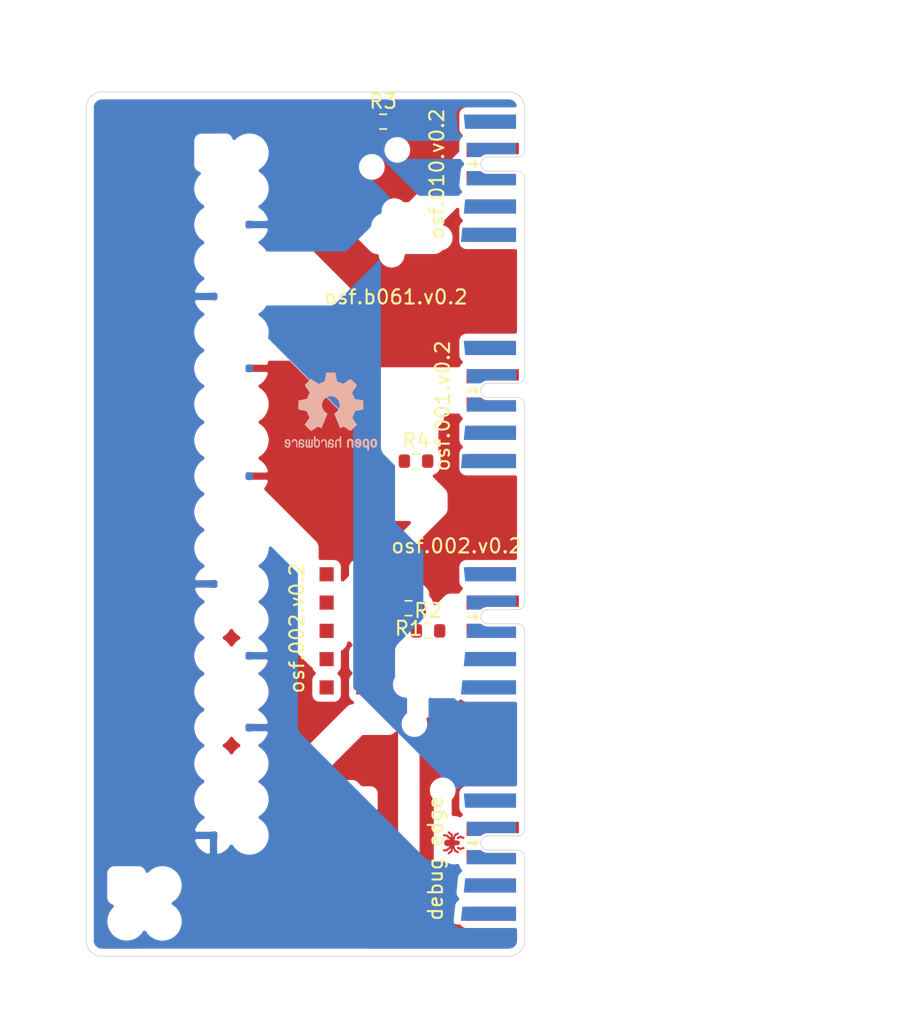
<source format=kicad_pcb>
(kicad_pcb (version 20171130) (host pcbnew 5.1.5+dfsg1-2build2)

  (general
    (thickness 1.6)
    (drawings 25)
    (tracks 0)
    (zones 0)
    (modules 10)
    (nets 36)
  )

  (page A4)
  (layers
    (0 F.Cu signal)
    (31 B.Cu signal)
    (32 B.Adhes user)
    (33 F.Adhes user)
    (34 B.Paste user)
    (35 F.Paste user)
    (36 B.SilkS user)
    (37 F.SilkS user)
    (38 B.Mask user)
    (39 F.Mask user)
    (40 Dwgs.User user)
    (41 Cmts.User user)
    (42 Eco1.User user)
    (43 Eco2.User user)
    (44 Edge.Cuts user)
    (45 Margin user)
    (46 B.CrtYd user)
    (47 F.CrtYd user)
    (48 B.Fab user)
    (49 F.Fab user)
  )

  (setup
    (last_trace_width 0.25)
    (user_trace_width 0.5)
    (trace_clearance 0.2)
    (zone_clearance 0.508)
    (zone_45_only no)
    (trace_min 0.2)
    (via_size 0.8)
    (via_drill 0.4)
    (via_min_size 0.4)
    (via_min_drill 0.3)
    (uvia_size 0.3)
    (uvia_drill 0.1)
    (uvias_allowed no)
    (uvia_min_size 0.2)
    (uvia_min_drill 0.1)
    (edge_width 0.05)
    (segment_width 0.2)
    (pcb_text_width 0.3)
    (pcb_text_size 1.5 1.5)
    (mod_edge_width 0.12)
    (mod_text_size 1 1)
    (mod_text_width 0.15)
    (pad_size 1.524 1.524)
    (pad_drill 0.762)
    (pad_to_mask_clearance 0.051)
    (solder_mask_min_width 0.25)
    (aux_axis_origin 0 0)
    (visible_elements 7FFFFFFF)
    (pcbplotparams
      (layerselection 0x010fc_ffffffff)
      (usegerberextensions false)
      (usegerberattributes false)
      (usegerberadvancedattributes false)
      (creategerberjobfile false)
      (excludeedgelayer true)
      (linewidth 0.100000)
      (plotframeref false)
      (viasonmask false)
      (mode 1)
      (useauxorigin false)
      (hpglpennumber 1)
      (hpglpenspeed 20)
      (hpglpendiameter 15.000000)
      (psnegative false)
      (psa4output false)
      (plotreference true)
      (plotvalue true)
      (plotinvisibletext false)
      (padsonsilk false)
      (subtractmaskfromsilk false)
      (outputformat 1)
      (mirror false)
      (drillshape 0)
      (scaleselection 1)
      (outputdirectory "gerber"))
  )

  (net 0 "")
  (net 1 GND)
  (net 2 +3V3)
  (net 3 /I2C0_SDA)
  (net 4 /I2C0_SCL)
  (net 5 /SPI0_RX)
  (net 6 /SPI0_TX)
  (net 7 /SPI0_SCK)
  (net 8 /~SPI0_CS)
  (net 9 /UART0_RX)
  (net 10 /UART0_TX)
  (net 11 /SPI1_RX)
  (net 12 /SPI1_TX)
  (net 13 /SPI1_SCK)
  (net 14 /~SPI1_CS)
  (net 15 +5V)
  (net 16 "Net-(J1-Pad8)")
  (net 17 "Net-(J2-Pad8)")
  (net 18 "Net-(J4-Pad8)")
  (net 19 /TMS)
  (net 20 /TCLK)
  (net 21 /TDI)
  (net 22 /~RESET)
  (net 23 /TDO)
  (net 24 "Net-(J3-Pad7)")
  (net 25 "Net-(J1-Pad7)")
  (net 26 "Net-(J1-Pad5)")
  (net 27 "Net-(J2-Pad4)")
  (net 28 "Net-(J2-Pad5)")
  (net 29 "Net-(J3-Pad6)")
  (net 30 "Net-(J3-Pad5)")
  (net 31 "Net-(J4-Pad7)")
  (net 32 "Net-(J4-Pad5)")
  (net 33 "Net-(J8-Pad8)")
  (net 34 "Net-(J8-Pad10)")
  (net 35 "Net-(J8-Pad9)")

  (net_class Default "This is the default net class."
    (clearance 0.2)
    (trace_width 0.25)
    (via_dia 0.8)
    (via_drill 0.4)
    (uvia_dia 0.3)
    (uvia_drill 0.1)
    (add_net +3V3)
    (add_net +5V)
    (add_net /I2C0_SCL)
    (add_net /I2C0_SDA)
    (add_net /SPI0_RX)
    (add_net /SPI0_SCK)
    (add_net /SPI0_TX)
    (add_net /SPI1_RX)
    (add_net /SPI1_SCK)
    (add_net /SPI1_TX)
    (add_net /TCLK)
    (add_net /TDI)
    (add_net /TDO)
    (add_net /TMS)
    (add_net /UART0_RX)
    (add_net /UART0_TX)
    (add_net /~RESET)
    (add_net /~SPI0_CS)
    (add_net /~SPI1_CS)
    (add_net GND)
    (add_net "Net-(J1-Pad5)")
    (add_net "Net-(J1-Pad7)")
    (add_net "Net-(J1-Pad8)")
    (add_net "Net-(J2-Pad4)")
    (add_net "Net-(J2-Pad5)")
    (add_net "Net-(J2-Pad8)")
    (add_net "Net-(J3-Pad5)")
    (add_net "Net-(J3-Pad6)")
    (add_net "Net-(J3-Pad7)")
    (add_net "Net-(J4-Pad5)")
    (add_net "Net-(J4-Pad7)")
    (add_net "Net-(J4-Pad8)")
    (add_net "Net-(J8-Pad10)")
    (add_net "Net-(J8-Pad8)")
    (add_net "Net-(J8-Pad9)")
  )

  (module on_edge:debug_edge_2x05_host (layer F.Cu) (tedit 602054F7) (tstamp 60810655)
    (at 131 123 270)
    (path /6090ED55)
    (attr virtual)
    (fp_text reference J8 (at 0.05 -3.2 180 unlocked) (layer F.Fab)
      (effects (font (size 0.5 0.5) (thickness 0.125)))
    )
    (fp_text value DebugEdge_02x05 (at -1.2 -2 270) (layer F.Fab)
      (effects (font (size 1 1) (thickness 0.15)))
    )
    (fp_arc (start -1 2.6) (end -1.5 2.6) (angle -180) (layer Edge.Cuts) (width 0.05))
    (fp_arc (start -2 0.5) (end -1.5 0.5) (angle -90) (layer Edge.Cuts) (width 0.05))
    (fp_arc (start 0 0.5) (end 0 0) (angle -90) (layer Edge.Cuts) (width 0.05))
    (fp_poly (pts (xy -0.67 4.56) (xy -0.73 4.68) (xy -0.73 4.82) (xy -0.6 4.76)
      (xy -0.53 4.61) (xy -0.62 4.64)) (layer F.Mask) (width 0.001))
    (fp_line (start -0.58 4.54) (end -0.64 4.67) (layer F.Mask) (width 0.15))
    (fp_line (start -0.65 4.33) (end -0.58 4.53) (layer F.Mask) (width 0.15))
    (fp_line (start -1.01 5.46) (end -1.01 5.39) (layer F.Mask) (width 0.46))
    (fp_line (start -1.01 5.51) (end -1.01 4.74) (layer F.Mask) (width 0.32))
    (fp_line (start -1.09 5.4) (end -1.02 4.74) (layer F.Mask) (width 0.3))
    (fp_line (start -1.26 5.19) (end -1.54 5.52) (layer F.Mask) (width 0.15))
    (fp_line (start -1.54 5.71) (end -1.54 5.52) (layer F.Mask) (width 0.15))
    (fp_line (start -1.21 5.15) (end -1.58 5.15) (layer F.Mask) (width 0.15))
    (fp_line (start -1.75 5.36) (end -1.58 5.15) (layer F.Mask) (width 0.15))
    (fp_line (start -1.39 4.99) (end -1.13 5.04) (layer F.Mask) (width 0.15))
    (fp_line (start -1.39 4.99) (end -1.55 4.92) (layer F.Mask) (width 0.15))
    (fp_line (start -1.67 4.72) (end -1.56 4.91) (layer F.Mask) (width 0.15))
    (fp_poly (pts (xy -1.35 4.56) (xy -1.29 4.68) (xy -1.29 4.82) (xy -1.42 4.76)
      (xy -1.49 4.61) (xy -1.4 4.64)) (layer F.Mask) (width 0.001))
    (fp_line (start -1.44 4.54) (end -1.38 4.67) (layer F.Mask) (width 0.15))
    (fp_line (start -1.37 4.33) (end -1.44 4.53) (layer F.Mask) (width 0.15))
    (fp_line (start -0.93 5.4) (end -1 4.74) (layer F.Mask) (width 0.3))
    (fp_line (start -0.76 5.19) (end -0.48 5.52) (layer F.Mask) (width 0.15))
    (fp_line (start -0.48 5.71) (end -0.48 5.52) (layer F.Mask) (width 0.15))
    (fp_line (start -0.81 5.15) (end -0.44 5.15) (layer F.Mask) (width 0.15))
    (fp_line (start -0.27 5.36) (end -0.44 5.15) (layer F.Mask) (width 0.15))
    (fp_line (start -0.63 4.99) (end -0.89 5.04) (layer F.Mask) (width 0.15))
    (fp_line (start -0.63 4.99) (end -0.47 4.92) (layer F.Mask) (width 0.15))
    (fp_line (start -0.35 4.72) (end -0.46 4.91) (layer F.Mask) (width 0.15))
    (fp_line (start -1.01 5.46) (end -1.01 5.39) (layer F.Cu) (width 0.46))
    (fp_line (start -1.09 5.4) (end -1.02 4.74) (layer F.Cu) (width 0.3))
    (fp_line (start -1.26 5.19) (end -1.54 5.52) (layer F.Cu) (width 0.15))
    (fp_line (start -1.54 5.71) (end -1.54 5.52) (layer F.Cu) (width 0.15))
    (fp_line (start -1.21 5.15) (end -1.58 5.15) (layer F.Cu) (width 0.15))
    (fp_line (start -1.75 5.36) (end -1.58 5.15) (layer F.Cu) (width 0.15))
    (fp_line (start -1.39 4.99) (end -1.13 5.04) (layer F.Cu) (width 0.15))
    (fp_line (start -1.39 4.99) (end -1.55 4.92) (layer F.Cu) (width 0.15))
    (fp_line (start -1.67 4.72) (end -1.56 4.91) (layer F.Cu) (width 0.15))
    (fp_poly (pts (xy -1.35 4.56) (xy -1.29 4.68) (xy -1.29 4.82) (xy -1.42 4.76)
      (xy -1.49 4.61) (xy -1.4 4.64)) (layer F.Cu) (width 0.001))
    (fp_line (start -1.44 4.54) (end -1.38 4.67) (layer F.Cu) (width 0.15))
    (fp_line (start -1.37 4.33) (end -1.44 4.53) (layer F.Cu) (width 0.15))
    (fp_line (start 5 -0.5) (end 5 5) (layer B.CrtYd) (width 0.05))
    (fp_line (start -5 -0.5) (end 5 -0.5) (layer B.CrtYd) (width 0.05))
    (fp_line (start -5 5) (end -5 -0.5) (layer B.CrtYd) (width 0.05))
    (fp_line (start 5 5) (end -5 5) (layer B.CrtYd) (width 0.05))
    (fp_line (start -5 -0.5) (end -5 5) (layer F.CrtYd) (width 0.05))
    (fp_line (start 5 -0.5) (end -5 -0.5) (layer F.CrtYd) (width 0.05))
    (fp_line (start 5 5) (end 5 -0.5) (layer F.CrtYd) (width 0.05))
    (fp_line (start -5 5) (end 5 5) (layer F.CrtYd) (width 0.05))
    (fp_line (start 0 0) (end 4 0) (layer Edge.Cuts) (width 0.05))
    (fp_line (start -4 0) (end -2 0) (layer Edge.Cuts) (width 0.05))
    (fp_line (start -0.5 2.6) (end -0.5 0.5) (layer Edge.Cuts) (width 0.05))
    (fp_line (start -1.5 0.5) (end -1.5 2.6) (layer Edge.Cuts) (width 0.05))
    (fp_line (start -1 3.323) (end -1.2 3.523) (layer F.SilkS) (width 0.153))
    (fp_line (start -0.8 3.523) (end -1 3.323) (layer F.SilkS) (width 0.153))
    (fp_line (start -1 4.05) (end -1 3.323) (layer F.SilkS) (width 0.153))
    (fp_line (start -0.93 5.4) (end -1 4.74) (layer F.Cu) (width 0.3))
    (fp_line (start -0.76 5.19) (end -0.48 5.52) (layer F.Cu) (width 0.15))
    (fp_line (start -0.48 5.71) (end -0.48 5.52) (layer F.Cu) (width 0.15))
    (fp_line (start -0.81 5.15) (end -0.44 5.15) (layer F.Cu) (width 0.15))
    (fp_line (start -0.27 5.36) (end -0.44 5.15) (layer F.Cu) (width 0.15))
    (fp_line (start -0.63 4.99) (end -0.89 5.04) (layer F.Cu) (width 0.15))
    (fp_line (start -0.63 4.99) (end -0.47 4.92) (layer F.Cu) (width 0.15))
    (fp_line (start -0.35 4.72) (end -0.46 4.91) (layer F.Cu) (width 0.15))
    (fp_poly (pts (xy -0.67 4.56) (xy -0.73 4.68) (xy -0.73 4.82) (xy -0.6 4.76)
      (xy -0.53 4.61) (xy -0.62 4.64)) (layer F.Cu) (width 0.001))
    (fp_line (start -0.58 4.54) (end -0.64 4.67) (layer F.Cu) (width 0.15))
    (fp_line (start -0.65 4.33) (end -0.58 4.53) (layer F.Cu) (width 0.15))
    (fp_line (start -1.01 5.51) (end -1.01 4.74) (layer F.Cu) (width 0.32))
    (pad 7 smd rect (at -4 2.35 270) (size 1 3.5) (layers F.Cu F.Mask)
      (net 21 /TDI) (zone_connect 0))
    (pad 9 smd rect (at 4 2.35 270) (size 1 3.5) (layers F.Cu F.Mask)
      (net 35 "Net-(J8-Pad9)") (zone_connect 0))
    (pad 8 smd custom (at -4 2.4 90) (size 1 3.6) (layers B.Cu B.Mask)
      (net 33 "Net-(J8-Pad8)") (zone_connect 0)
      (options (clearance outline) (anchor rect))
      (primitives
        (gr_poly (pts
           (xy 0.5 -1.8) (xy 0.5 -1.9) (xy -0.5 -1.8)) (width 0))
      ))
    (pad 6 smd custom (at 2 2.4 90) (size 1 3.6) (layers B.Cu B.Mask)
      (net 23 /TDO) (zone_connect 0)
      (options (clearance outline) (anchor rect))
      (primitives
        (gr_poly (pts
           (xy 0.5 -1.8) (xy -0.5 -1.9) (xy -0.5 -1.8)) (width 0))
      ))
    (pad 10 smd custom (at 4 2.5 90) (size 1 3.8) (layers B.Cu B.Mask)
      (net 34 "Net-(J8-Pad10)") (zone_connect 0)
      (options (clearance outline) (anchor rect))
      (primitives
        (gr_poly (pts
           (xy 0.5 -1.9) (xy -0.5 -2) (xy -0.5 -1.9)) (width 0))
      ))
    (pad 5 smd rect (at 2 2.35 270) (size 1 3.5) (layers F.Cu F.Mask)
      (net 2 +3V3) (zone_connect 0))
    (pad 3 smd custom (at -2 2.1 90) (size 0.4 0.4) (layers B.Cu B.Mask)
      (net 20 /TCLK) (zone_connect 0)
      (options (clearance outline) (anchor rect))
      (primitives
        (gr_poly (pts
           (xy -0.3 -0.51) (xy -0.31 -0.62) (xy -0.33 -0.7) (xy -0.35 -0.76) (xy -0.37 -0.81)
           (xy -0.4 -0.86) (xy -0.44 -0.92) (xy -0.48 -0.97) (xy -0.5 -0.99) (xy -0.5 -1.9)
           (xy 0.5 -2) (xy 0.5 1.5) (xy -0.3 1.5)) (width 0))
      ))
    (pad 4 smd custom (at 0 2.1 90) (size 0.4 0.4) (layers B.Cu B.Mask)
      (net 22 /~RESET) (zone_connect 0)
      (options (clearance outline) (anchor rect))
      (primitives
        (gr_poly (pts
           (xy 0.3 -0.51) (xy 0.31 -0.62) (xy 0.33 -0.7) (xy 0.35 -0.76) (xy 0.37 -0.81)
           (xy 0.4 -0.86) (xy 0.44 -0.92) (xy 0.48 -0.97) (xy 0.5 -0.99) (xy 0.5 -1.9)
           (xy -0.5 -2) (xy -0.5 1.5) (xy 0.3 1.5)) (width 0))
      ))
    (pad 2 smd custom (at 0 3.6 270) (size 1 1) (layers F.Cu F.Mask)
      (net 19 /TMS) (zone_connect 0)
      (options (clearance outline) (anchor rect))
      (primitives
        (gr_poly (pts
           (xy -0.3 -0.99) (xy -0.31 -0.88) (xy -0.33 -0.8) (xy -0.35 -0.74) (xy -0.37 -0.69)
           (xy -0.4 -0.64) (xy -0.44 -0.58) (xy -0.48 -0.53) (xy -0.5 -0.51) (xy -0.5 0.5)
           (xy 0.5 0.5) (xy 0.5 -3) (xy -0.3 -3)) (width 0))
      ))
    (pad 1 smd custom (at -2 3.6 270) (size 1 1) (layers F.Cu F.Mask)
      (net 1 GND) (zone_connect 0)
      (options (clearance outline) (anchor rect))
      (primitives
        (gr_poly (pts
           (xy 0.3 -0.99) (xy 0.31 -0.88) (xy 0.33 -0.8) (xy 0.35 -0.74) (xy 0.37 -0.69)
           (xy 0.4 -0.64) (xy 0.44 -0.58) (xy 0.48 -0.53) (xy 0.5 -0.51) (xy 0.5 0.5)
           (xy -0.5 0.5) (xy -0.5 -3.2) (xy 0.3 -3.2)) (width 0))
      ))
  )

  (module Symbol:OSHW-Logo2_7.3x6mm_SilkScreen (layer B.Cu) (tedit 0) (tstamp 610F3B0F)
    (at 117.3 91.5 180)
    (descr "Open Source Hardware Symbol")
    (tags "Logo Symbol OSHW")
    (path /61292B1C)
    (attr virtual)
    (fp_text reference l1 (at 0 0) (layer B.SilkS) hide
      (effects (font (size 1 1) (thickness 0.15)) (justify mirror))
    )
    (fp_text value Logo_Open_Hardware_Large (at 0.75 0) (layer B.Fab) hide
      (effects (font (size 1 1) (thickness 0.15)) (justify mirror))
    )
    (fp_poly (pts (xy 0.10391 2.757652) (xy 0.182454 2.757222) (xy 0.239298 2.756058) (xy 0.278105 2.753793)
      (xy 0.302538 2.75006) (xy 0.316262 2.744494) (xy 0.32294 2.736727) (xy 0.326236 2.726395)
      (xy 0.326556 2.725057) (xy 0.331562 2.700921) (xy 0.340829 2.653299) (xy 0.353392 2.587259)
      (xy 0.368287 2.507872) (xy 0.384551 2.420204) (xy 0.385119 2.417125) (xy 0.40141 2.331211)
      (xy 0.416652 2.255304) (xy 0.429861 2.193955) (xy 0.440054 2.151718) (xy 0.446248 2.133145)
      (xy 0.446543 2.132816) (xy 0.464788 2.123747) (xy 0.502405 2.108633) (xy 0.551271 2.090738)
      (xy 0.551543 2.090642) (xy 0.613093 2.067507) (xy 0.685657 2.038035) (xy 0.754057 2.008403)
      (xy 0.757294 2.006938) (xy 0.868702 1.956374) (xy 1.115399 2.12484) (xy 1.191077 2.176197)
      (xy 1.259631 2.222111) (xy 1.317088 2.25997) (xy 1.359476 2.287163) (xy 1.382825 2.301079)
      (xy 1.385042 2.302111) (xy 1.40201 2.297516) (xy 1.433701 2.275345) (xy 1.481352 2.234553)
      (xy 1.546198 2.174095) (xy 1.612397 2.109773) (xy 1.676214 2.046388) (xy 1.733329 1.988549)
      (xy 1.780305 1.939825) (xy 1.813703 1.90379) (xy 1.830085 1.884016) (xy 1.830694 1.882998)
      (xy 1.832505 1.869428) (xy 1.825683 1.847267) (xy 1.80854 1.813522) (xy 1.779393 1.7652)
      (xy 1.736555 1.699308) (xy 1.679448 1.614483) (xy 1.628766 1.539823) (xy 1.583461 1.47286)
      (xy 1.54615 1.417484) (xy 1.519452 1.37758) (xy 1.505985 1.357038) (xy 1.505137 1.355644)
      (xy 1.506781 1.335962) (xy 1.519245 1.297707) (xy 1.540048 1.248111) (xy 1.547462 1.232272)
      (xy 1.579814 1.16171) (xy 1.614328 1.081647) (xy 1.642365 1.012371) (xy 1.662568 0.960955)
      (xy 1.678615 0.921881) (xy 1.687888 0.901459) (xy 1.689041 0.899886) (xy 1.706096 0.897279)
      (xy 1.746298 0.890137) (xy 1.804302 0.879477) (xy 1.874763 0.866315) (xy 1.952335 0.851667)
      (xy 2.031672 0.836551) (xy 2.107431 0.821982) (xy 2.174264 0.808978) (xy 2.226828 0.798555)
      (xy 2.259776 0.79173) (xy 2.267857 0.789801) (xy 2.276205 0.785038) (xy 2.282506 0.774282)
      (xy 2.287045 0.753902) (xy 2.290104 0.720266) (xy 2.291967 0.669745) (xy 2.292918 0.598708)
      (xy 2.29324 0.503524) (xy 2.293257 0.464508) (xy 2.293257 0.147201) (xy 2.217057 0.132161)
      (xy 2.174663 0.124005) (xy 2.1114 0.112101) (xy 2.034962 0.097884) (xy 1.953043 0.08279)
      (xy 1.9304 0.078645) (xy 1.854806 0.063947) (xy 1.788953 0.049495) (xy 1.738366 0.036625)
      (xy 1.708574 0.026678) (xy 1.703612 0.023713) (xy 1.691426 0.002717) (xy 1.673953 -0.037967)
      (xy 1.654577 -0.090322) (xy 1.650734 -0.1016) (xy 1.625339 -0.171523) (xy 1.593817 -0.250418)
      (xy 1.562969 -0.321266) (xy 1.562817 -0.321595) (xy 1.511447 -0.432733) (xy 1.680399 -0.681253)
      (xy 1.849352 -0.929772) (xy 1.632429 -1.147058) (xy 1.566819 -1.211726) (xy 1.506979 -1.268733)
      (xy 1.456267 -1.315033) (xy 1.418046 -1.347584) (xy 1.395675 -1.363343) (xy 1.392466 -1.364343)
      (xy 1.373626 -1.356469) (xy 1.33518 -1.334578) (xy 1.28133 -1.301267) (xy 1.216276 -1.259131)
      (xy 1.14594 -1.211943) (xy 1.074555 -1.16381) (xy 1.010908 -1.121928) (xy 0.959041 -1.088871)
      (xy 0.922995 -1.067218) (xy 0.906867 -1.059543) (xy 0.887189 -1.066037) (xy 0.849875 -1.08315)
      (xy 0.802621 -1.107326) (xy 0.797612 -1.110013) (xy 0.733977 -1.141927) (xy 0.690341 -1.157579)
      (xy 0.663202 -1.157745) (xy 0.649057 -1.143204) (xy 0.648975 -1.143) (xy 0.641905 -1.125779)
      (xy 0.625042 -1.084899) (xy 0.599695 -1.023525) (xy 0.567171 -0.944819) (xy 0.528778 -0.851947)
      (xy 0.485822 -0.748072) (xy 0.444222 -0.647502) (xy 0.398504 -0.536516) (xy 0.356526 -0.433703)
      (xy 0.319548 -0.342215) (xy 0.288827 -0.265201) (xy 0.265622 -0.205815) (xy 0.25119 -0.167209)
      (xy 0.246743 -0.1528) (xy 0.257896 -0.136272) (xy 0.287069 -0.10993) (xy 0.325971 -0.080887)
      (xy 0.436757 0.010961) (xy 0.523351 0.116241) (xy 0.584716 0.232734) (xy 0.619815 0.358224)
      (xy 0.627608 0.490493) (xy 0.621943 0.551543) (xy 0.591078 0.678205) (xy 0.53792 0.790059)
      (xy 0.465767 0.885999) (xy 0.377917 0.964924) (xy 0.277665 1.02573) (xy 0.16831 1.067313)
      (xy 0.053147 1.088572) (xy -0.064525 1.088401) (xy -0.18141 1.065699) (xy -0.294211 1.019362)
      (xy -0.399631 0.948287) (xy -0.443632 0.908089) (xy -0.528021 0.804871) (xy -0.586778 0.692075)
      (xy -0.620296 0.57299) (xy -0.628965 0.450905) (xy -0.613177 0.329107) (xy -0.573322 0.210884)
      (xy -0.509793 0.099525) (xy -0.422979 -0.001684) (xy -0.325971 -0.080887) (xy -0.285563 -0.111162)
      (xy -0.257018 -0.137219) (xy -0.246743 -0.152825) (xy -0.252123 -0.169843) (xy -0.267425 -0.2105)
      (xy -0.291388 -0.271642) (xy -0.322756 -0.350119) (xy -0.360268 -0.44278) (xy -0.402667 -0.546472)
      (xy -0.444337 -0.647526) (xy -0.49031 -0.758607) (xy -0.532893 -0.861541) (xy -0.570779 -0.953165)
      (xy -0.60266 -1.030316) (xy -0.627229 -1.089831) (xy -0.64318 -1.128544) (xy -0.64909 -1.143)
      (xy -0.663052 -1.157685) (xy -0.69006 -1.157642) (xy -0.733587 -1.142099) (xy -0.79711 -1.110284)
      (xy -0.797612 -1.110013) (xy -0.84544 -1.085323) (xy -0.884103 -1.067338) (xy -0.905905 -1.059614)
      (xy -0.906867 -1.059543) (xy -0.923279 -1.067378) (xy -0.959513 -1.089165) (xy -1.011526 -1.122328)
      (xy -1.075275 -1.164291) (xy -1.14594 -1.211943) (xy -1.217884 -1.260191) (xy -1.282726 -1.302151)
      (xy -1.336265 -1.335227) (xy -1.374303 -1.356821) (xy -1.392467 -1.364343) (xy -1.409192 -1.354457)
      (xy -1.44282 -1.326826) (xy -1.48999 -1.284495) (xy -1.547342 -1.230505) (xy -1.611516 -1.167899)
      (xy -1.632503 -1.146983) (xy -1.849501 -0.929623) (xy -1.684332 -0.68722) (xy -1.634136 -0.612781)
      (xy -1.590081 -0.545972) (xy -1.554638 -0.490665) (xy -1.530281 -0.450729) (xy -1.519478 -0.430036)
      (xy -1.519162 -0.428563) (xy -1.524857 -0.409058) (xy -1.540174 -0.369822) (xy -1.562463 -0.31743)
      (xy -1.578107 -0.282355) (xy -1.607359 -0.215201) (xy -1.634906 -0.147358) (xy -1.656263 -0.090034)
      (xy -1.662065 -0.072572) (xy -1.678548 -0.025938) (xy -1.69466 0.010095) (xy -1.70351 0.023713)
      (xy -1.72304 0.032048) (xy -1.765666 0.043863) (xy -1.825855 0.057819) (xy -1.898078 0.072578)
      (xy -1.9304 0.078645) (xy -2.012478 0.093727) (xy -2.091205 0.108331) (xy -2.158891 0.12102)
      (xy -2.20784 0.130358) (xy -2.217057 0.132161) (xy -2.293257 0.147201) (xy -2.293257 0.464508)
      (xy -2.293086 0.568846) (xy -2.292384 0.647787) (xy -2.290866 0.704962) (xy -2.288251 0.744001)
      (xy -2.284254 0.768535) (xy -2.278591 0.782195) (xy -2.27098 0.788611) (xy -2.267857 0.789801)
      (xy -2.249022 0.79402) (xy -2.207412 0.802438) (xy -2.14837 0.814039) (xy -2.077243 0.827805)
      (xy -1.999375 0.84272) (xy -1.920113 0.857768) (xy -1.844802 0.871931) (xy -1.778787 0.884194)
      (xy -1.727413 0.893539) (xy -1.696025 0.89895) (xy -1.689041 0.899886) (xy -1.682715 0.912404)
      (xy -1.66871 0.945754) (xy -1.649645 0.993623) (xy -1.642366 1.012371) (xy -1.613004 1.084805)
      (xy -1.578429 1.16483) (xy -1.547463 1.232272) (xy -1.524677 1.283841) (xy -1.509518 1.326215)
      (xy -1.504458 1.352166) (xy -1.505264 1.355644) (xy -1.515959 1.372064) (xy -1.54038 1.408583)
      (xy -1.575905 1.461313) (xy -1.619913 1.526365) (xy -1.669783 1.599849) (xy -1.679644 1.614355)
      (xy -1.737508 1.700296) (xy -1.780044 1.765739) (xy -1.808946 1.813696) (xy -1.82591 1.84718)
      (xy -1.832633 1.869205) (xy -1.83081 1.882783) (xy -1.830764 1.882869) (xy -1.816414 1.900703)
      (xy -1.784677 1.935183) (xy -1.73899 1.982732) (xy -1.682796 2.039778) (xy -1.619532 2.102745)
      (xy -1.612398 2.109773) (xy -1.53267 2.18698) (xy -1.471143 2.24367) (xy -1.426579 2.28089)
      (xy -1.397743 2.299685) (xy -1.385042 2.302111) (xy -1.366506 2.291529) (xy -1.328039 2.267084)
      (xy -1.273614 2.231388) (xy -1.207202 2.187053) (xy -1.132775 2.136689) (xy -1.115399 2.12484)
      (xy -0.868703 1.956374) (xy -0.757294 2.006938) (xy -0.689543 2.036405) (xy -0.616817 2.066041)
      (xy -0.554297 2.08967) (xy -0.551543 2.090642) (xy -0.50264 2.108543) (xy -0.464943 2.12368)
      (xy -0.446575 2.13279) (xy -0.446544 2.132816) (xy -0.440715 2.149283) (xy -0.430808 2.189781)
      (xy -0.417805 2.249758) (xy -0.402691 2.32466) (xy -0.386448 2.409936) (xy -0.385119 2.417125)
      (xy -0.368825 2.504986) (xy -0.353867 2.58474) (xy -0.341209 2.651319) (xy -0.331814 2.699653)
      (xy -0.326646 2.724675) (xy -0.326556 2.725057) (xy -0.323411 2.735701) (xy -0.317296 2.743738)
      (xy -0.304547 2.749533) (xy -0.2815 2.753453) (xy -0.244491 2.755865) (xy -0.189856 2.757135)
      (xy -0.113933 2.757629) (xy -0.013056 2.757714) (xy 0 2.757714) (xy 0.10391 2.757652)) (layer B.SilkS) (width 0.01))
    (fp_poly (pts (xy 3.153595 -1.966966) (xy 3.211021 -2.004497) (xy 3.238719 -2.038096) (xy 3.260662 -2.099064)
      (xy 3.262405 -2.147308) (xy 3.258457 -2.211816) (xy 3.109686 -2.276934) (xy 3.037349 -2.310202)
      (xy 2.990084 -2.336964) (xy 2.965507 -2.360144) (xy 2.961237 -2.382667) (xy 2.974889 -2.407455)
      (xy 2.989943 -2.423886) (xy 3.033746 -2.450235) (xy 3.081389 -2.452081) (xy 3.125145 -2.431546)
      (xy 3.157289 -2.390752) (xy 3.163038 -2.376347) (xy 3.190576 -2.331356) (xy 3.222258 -2.312182)
      (xy 3.265714 -2.295779) (xy 3.265714 -2.357966) (xy 3.261872 -2.400283) (xy 3.246823 -2.435969)
      (xy 3.21528 -2.476943) (xy 3.210592 -2.482267) (xy 3.175506 -2.51872) (xy 3.145347 -2.538283)
      (xy 3.107615 -2.547283) (xy 3.076335 -2.55023) (xy 3.020385 -2.550965) (xy 2.980555 -2.54166)
      (xy 2.955708 -2.527846) (xy 2.916656 -2.497467) (xy 2.889625 -2.464613) (xy 2.872517 -2.423294)
      (xy 2.863238 -2.367521) (xy 2.859693 -2.291305) (xy 2.85941 -2.252622) (xy 2.860372 -2.206247)
      (xy 2.948007 -2.206247) (xy 2.949023 -2.231126) (xy 2.951556 -2.2352) (xy 2.968274 -2.229665)
      (xy 3.004249 -2.215017) (xy 3.052331 -2.19419) (xy 3.062386 -2.189714) (xy 3.123152 -2.158814)
      (xy 3.156632 -2.131657) (xy 3.16399 -2.10622) (xy 3.146391 -2.080481) (xy 3.131856 -2.069109)
      (xy 3.07941 -2.046364) (xy 3.030322 -2.050122) (xy 2.989227 -2.077884) (xy 2.960758 -2.127152)
      (xy 2.951631 -2.166257) (xy 2.948007 -2.206247) (xy 2.860372 -2.206247) (xy 2.861285 -2.162249)
      (xy 2.868196 -2.095384) (xy 2.881884 -2.046695) (xy 2.904096 -2.010849) (xy 2.936574 -1.982513)
      (xy 2.950733 -1.973355) (xy 3.015053 -1.949507) (xy 3.085473 -1.948006) (xy 3.153595 -1.966966)) (layer B.SilkS) (width 0.01))
    (fp_poly (pts (xy 2.6526 -1.958752) (xy 2.669948 -1.966334) (xy 2.711356 -1.999128) (xy 2.746765 -2.046547)
      (xy 2.768664 -2.097151) (xy 2.772229 -2.122098) (xy 2.760279 -2.156927) (xy 2.734067 -2.175357)
      (xy 2.705964 -2.186516) (xy 2.693095 -2.188572) (xy 2.686829 -2.173649) (xy 2.674456 -2.141175)
      (xy 2.669028 -2.126502) (xy 2.63859 -2.075744) (xy 2.59452 -2.050427) (xy 2.53801 -2.051206)
      (xy 2.533825 -2.052203) (xy 2.503655 -2.066507) (xy 2.481476 -2.094393) (xy 2.466327 -2.139287)
      (xy 2.45725 -2.204615) (xy 2.453286 -2.293804) (xy 2.452914 -2.341261) (xy 2.45273 -2.416071)
      (xy 2.451522 -2.467069) (xy 2.448309 -2.499471) (xy 2.442109 -2.518495) (xy 2.43194 -2.529356)
      (xy 2.416819 -2.537272) (xy 2.415946 -2.53767) (xy 2.386828 -2.549981) (xy 2.372403 -2.554514)
      (xy 2.370186 -2.540809) (xy 2.368289 -2.502925) (xy 2.366847 -2.445715) (xy 2.365998 -2.374027)
      (xy 2.365829 -2.321565) (xy 2.366692 -2.220047) (xy 2.37007 -2.143032) (xy 2.377142 -2.086023)
      (xy 2.389088 -2.044526) (xy 2.40709 -2.014043) (xy 2.432327 -1.99008) (xy 2.457247 -1.973355)
      (xy 2.517171 -1.951097) (xy 2.586911 -1.946076) (xy 2.6526 -1.958752)) (layer B.SilkS) (width 0.01))
    (fp_poly (pts (xy 2.144876 -1.956335) (xy 2.186667 -1.975344) (xy 2.219469 -1.998378) (xy 2.243503 -2.024133)
      (xy 2.260097 -2.057358) (xy 2.270577 -2.1028) (xy 2.276271 -2.165207) (xy 2.278507 -2.249327)
      (xy 2.278743 -2.304721) (xy 2.278743 -2.520826) (xy 2.241774 -2.53767) (xy 2.212656 -2.549981)
      (xy 2.198231 -2.554514) (xy 2.195472 -2.541025) (xy 2.193282 -2.504653) (xy 2.191942 -2.451542)
      (xy 2.191657 -2.409372) (xy 2.190434 -2.348447) (xy 2.187136 -2.300115) (xy 2.182321 -2.270518)
      (xy 2.178496 -2.264229) (xy 2.152783 -2.270652) (xy 2.112418 -2.287125) (xy 2.065679 -2.309458)
      (xy 2.020845 -2.333457) (xy 1.986193 -2.35493) (xy 1.970002 -2.369685) (xy 1.969938 -2.369845)
      (xy 1.97133 -2.397152) (xy 1.983818 -2.423219) (xy 2.005743 -2.444392) (xy 2.037743 -2.451474)
      (xy 2.065092 -2.450649) (xy 2.103826 -2.450042) (xy 2.124158 -2.459116) (xy 2.136369 -2.483092)
      (xy 2.137909 -2.487613) (xy 2.143203 -2.521806) (xy 2.129047 -2.542568) (xy 2.092148 -2.552462)
      (xy 2.052289 -2.554292) (xy 1.980562 -2.540727) (xy 1.943432 -2.521355) (xy 1.897576 -2.475845)
      (xy 1.873256 -2.419983) (xy 1.871073 -2.360957) (xy 1.891629 -2.305953) (xy 1.922549 -2.271486)
      (xy 1.95342 -2.252189) (xy 2.001942 -2.227759) (xy 2.058485 -2.202985) (xy 2.06791 -2.199199)
      (xy 2.130019 -2.171791) (xy 2.165822 -2.147634) (xy 2.177337 -2.123619) (xy 2.16658 -2.096635)
      (xy 2.148114 -2.075543) (xy 2.104469 -2.049572) (xy 2.056446 -2.047624) (xy 2.012406 -2.067637)
      (xy 1.980709 -2.107551) (xy 1.976549 -2.117848) (xy 1.952327 -2.155724) (xy 1.916965 -2.183842)
      (xy 1.872343 -2.206917) (xy 1.872343 -2.141485) (xy 1.874969 -2.101506) (xy 1.88623 -2.069997)
      (xy 1.911199 -2.036378) (xy 1.935169 -2.010484) (xy 1.972441 -1.973817) (xy 2.001401 -1.954121)
      (xy 2.032505 -1.94622) (xy 2.067713 -1.944914) (xy 2.144876 -1.956335)) (layer B.SilkS) (width 0.01))
    (fp_poly (pts (xy 1.779833 -1.958663) (xy 1.782048 -1.99685) (xy 1.783784 -2.054886) (xy 1.784899 -2.12818)
      (xy 1.785257 -2.205055) (xy 1.785257 -2.465196) (xy 1.739326 -2.511127) (xy 1.707675 -2.539429)
      (xy 1.67989 -2.550893) (xy 1.641915 -2.550168) (xy 1.62684 -2.548321) (xy 1.579726 -2.542948)
      (xy 1.540756 -2.539869) (xy 1.531257 -2.539585) (xy 1.499233 -2.541445) (xy 1.453432 -2.546114)
      (xy 1.435674 -2.548321) (xy 1.392057 -2.551735) (xy 1.362745 -2.54432) (xy 1.33368 -2.521427)
      (xy 1.323188 -2.511127) (xy 1.277257 -2.465196) (xy 1.277257 -1.978602) (xy 1.314226 -1.961758)
      (xy 1.346059 -1.949282) (xy 1.364683 -1.944914) (xy 1.369458 -1.958718) (xy 1.373921 -1.997286)
      (xy 1.377775 -2.056356) (xy 1.380722 -2.131663) (xy 1.382143 -2.195286) (xy 1.386114 -2.445657)
      (xy 1.420759 -2.450556) (xy 1.452268 -2.447131) (xy 1.467708 -2.436041) (xy 1.472023 -2.415308)
      (xy 1.475708 -2.371145) (xy 1.478469 -2.309146) (xy 1.480012 -2.234909) (xy 1.480235 -2.196706)
      (xy 1.480457 -1.976783) (xy 1.526166 -1.960849) (xy 1.558518 -1.950015) (xy 1.576115 -1.944962)
      (xy 1.576623 -1.944914) (xy 1.578388 -1.958648) (xy 1.580329 -1.99673) (xy 1.582282 -2.054482)
      (xy 1.584084 -2.127227) (xy 1.585343 -2.195286) (xy 1.589314 -2.445657) (xy 1.6764 -2.445657)
      (xy 1.680396 -2.21724) (xy 1.684392 -1.988822) (xy 1.726847 -1.966868) (xy 1.758192 -1.951793)
      (xy 1.776744 -1.944951) (xy 1.777279 -1.944914) (xy 1.779833 -1.958663)) (layer B.SilkS) (width 0.01))
    (fp_poly (pts (xy 1.190117 -2.065358) (xy 1.189933 -2.173837) (xy 1.189219 -2.257287) (xy 1.187675 -2.319704)
      (xy 1.185001 -2.365085) (xy 1.180894 -2.397429) (xy 1.175055 -2.420733) (xy 1.167182 -2.438995)
      (xy 1.161221 -2.449418) (xy 1.111855 -2.505945) (xy 1.049264 -2.541377) (xy 0.980013 -2.55409)
      (xy 0.910668 -2.542463) (xy 0.869375 -2.521568) (xy 0.826025 -2.485422) (xy 0.796481 -2.441276)
      (xy 0.778655 -2.383462) (xy 0.770463 -2.306313) (xy 0.769302 -2.249714) (xy 0.769458 -2.245647)
      (xy 0.870857 -2.245647) (xy 0.871476 -2.31055) (xy 0.874314 -2.353514) (xy 0.88084 -2.381622)
      (xy 0.892523 -2.401953) (xy 0.906483 -2.417288) (xy 0.953365 -2.44689) (xy 1.003701 -2.449419)
      (xy 1.051276 -2.424705) (xy 1.054979 -2.421356) (xy 1.070783 -2.403935) (xy 1.080693 -2.383209)
      (xy 1.086058 -2.352362) (xy 1.088228 -2.304577) (xy 1.088571 -2.251748) (xy 1.087827 -2.185381)
      (xy 1.084748 -2.141106) (xy 1.078061 -2.112009) (xy 1.066496 -2.091173) (xy 1.057013 -2.080107)
      (xy 1.01296 -2.052198) (xy 0.962224 -2.048843) (xy 0.913796 -2.070159) (xy 0.90445 -2.078073)
      (xy 0.88854 -2.095647) (xy 0.87861 -2.116587) (xy 0.873278 -2.147782) (xy 0.871163 -2.196122)
      (xy 0.870857 -2.245647) (xy 0.769458 -2.245647) (xy 0.77281 -2.158568) (xy 0.784726 -2.090086)
      (xy 0.807135 -2.0386) (xy 0.842124 -1.998443) (xy 0.869375 -1.977861) (xy 0.918907 -1.955625)
      (xy 0.976316 -1.945304) (xy 1.029682 -1.948067) (xy 1.059543 -1.959212) (xy 1.071261 -1.962383)
      (xy 1.079037 -1.950557) (xy 1.084465 -1.918866) (xy 1.088571 -1.870593) (xy 1.093067 -1.816829)
      (xy 1.099313 -1.784482) (xy 1.110676 -1.765985) (xy 1.130528 -1.75377) (xy 1.143 -1.748362)
      (xy 1.190171 -1.728601) (xy 1.190117 -2.065358)) (layer B.SilkS) (width 0.01))
    (fp_poly (pts (xy 0.529926 -1.949755) (xy 0.595858 -1.974084) (xy 0.649273 -2.017117) (xy 0.670164 -2.047409)
      (xy 0.692939 -2.102994) (xy 0.692466 -2.143186) (xy 0.668562 -2.170217) (xy 0.659717 -2.174813)
      (xy 0.62153 -2.189144) (xy 0.602028 -2.185472) (xy 0.595422 -2.161407) (xy 0.595086 -2.148114)
      (xy 0.582992 -2.09921) (xy 0.551471 -2.064999) (xy 0.507659 -2.048476) (xy 0.458695 -2.052634)
      (xy 0.418894 -2.074227) (xy 0.40545 -2.086544) (xy 0.395921 -2.101487) (xy 0.389485 -2.124075)
      (xy 0.385317 -2.159328) (xy 0.382597 -2.212266) (xy 0.380502 -2.287907) (xy 0.37996 -2.311857)
      (xy 0.377981 -2.39379) (xy 0.375731 -2.451455) (xy 0.372357 -2.489608) (xy 0.367006 -2.513004)
      (xy 0.358824 -2.526398) (xy 0.346959 -2.534545) (xy 0.339362 -2.538144) (xy 0.307102 -2.550452)
      (xy 0.288111 -2.554514) (xy 0.281836 -2.540948) (xy 0.278006 -2.499934) (xy 0.2766 -2.430999)
      (xy 0.277598 -2.333669) (xy 0.277908 -2.318657) (xy 0.280101 -2.229859) (xy 0.282693 -2.165019)
      (xy 0.286382 -2.119067) (xy 0.291864 -2.086935) (xy 0.299835 -2.063553) (xy 0.310993 -2.043852)
      (xy 0.31683 -2.03541) (xy 0.350296 -1.998057) (xy 0.387727 -1.969003) (xy 0.392309 -1.966467)
      (xy 0.459426 -1.946443) (xy 0.529926 -1.949755)) (layer B.SilkS) (width 0.01))
    (fp_poly (pts (xy 0.039744 -1.950968) (xy 0.096616 -1.972087) (xy 0.097267 -1.972493) (xy 0.13244 -1.99838)
      (xy 0.158407 -2.028633) (xy 0.17667 -2.068058) (xy 0.188732 -2.121462) (xy 0.196096 -2.193651)
      (xy 0.200264 -2.289432) (xy 0.200629 -2.303078) (xy 0.205876 -2.508842) (xy 0.161716 -2.531678)
      (xy 0.129763 -2.54711) (xy 0.11047 -2.554423) (xy 0.109578 -2.554514) (xy 0.106239 -2.541022)
      (xy 0.103587 -2.504626) (xy 0.101956 -2.451452) (xy 0.1016 -2.408393) (xy 0.101592 -2.338641)
      (xy 0.098403 -2.294837) (xy 0.087288 -2.273944) (xy 0.063501 -2.272925) (xy 0.022296 -2.288741)
      (xy -0.039914 -2.317815) (xy -0.085659 -2.341963) (xy -0.109187 -2.362913) (xy -0.116104 -2.385747)
      (xy -0.116114 -2.386877) (xy -0.104701 -2.426212) (xy -0.070908 -2.447462) (xy -0.019191 -2.450539)
      (xy 0.018061 -2.450006) (xy 0.037703 -2.460735) (xy 0.049952 -2.486505) (xy 0.057002 -2.519337)
      (xy 0.046842 -2.537966) (xy 0.043017 -2.540632) (xy 0.007001 -2.55134) (xy -0.043434 -2.552856)
      (xy -0.095374 -2.545759) (xy -0.132178 -2.532788) (xy -0.183062 -2.489585) (xy -0.211986 -2.429446)
      (xy -0.217714 -2.382462) (xy -0.213343 -2.340082) (xy -0.197525 -2.305488) (xy -0.166203 -2.274763)
      (xy -0.115322 -2.24399) (xy -0.040824 -2.209252) (xy -0.036286 -2.207288) (xy 0.030821 -2.176287)
      (xy 0.072232 -2.150862) (xy 0.089981 -2.128014) (xy 0.086107 -2.104745) (xy 0.062643 -2.078056)
      (xy 0.055627 -2.071914) (xy 0.00863 -2.0481) (xy -0.040067 -2.049103) (xy -0.082478 -2.072451)
      (xy -0.110616 -2.115675) (xy -0.113231 -2.12416) (xy -0.138692 -2.165308) (xy -0.170999 -2.185128)
      (xy -0.217714 -2.20477) (xy -0.217714 -2.15395) (xy -0.203504 -2.080082) (xy -0.161325 -2.012327)
      (xy -0.139376 -1.989661) (xy -0.089483 -1.960569) (xy -0.026033 -1.9474) (xy 0.039744 -1.950968)) (layer B.SilkS) (width 0.01))
    (fp_poly (pts (xy -0.624114 -1.851289) (xy -0.619861 -1.910613) (xy -0.614975 -1.945572) (xy -0.608205 -1.96082)
      (xy -0.598298 -1.961015) (xy -0.595086 -1.959195) (xy -0.552356 -1.946015) (xy -0.496773 -1.946785)
      (xy -0.440263 -1.960333) (xy -0.404918 -1.977861) (xy -0.368679 -2.005861) (xy -0.342187 -2.037549)
      (xy -0.324001 -2.077813) (xy -0.312678 -2.131543) (xy -0.306778 -2.203626) (xy -0.304857 -2.298951)
      (xy -0.304823 -2.317237) (xy -0.3048 -2.522646) (xy -0.350509 -2.53858) (xy -0.382973 -2.54942)
      (xy -0.400785 -2.554468) (xy -0.401309 -2.554514) (xy -0.403063 -2.540828) (xy -0.404556 -2.503076)
      (xy -0.405674 -2.446224) (xy -0.406303 -2.375234) (xy -0.4064 -2.332073) (xy -0.406602 -2.246973)
      (xy -0.407642 -2.185981) (xy -0.410169 -2.144177) (xy -0.414836 -2.116642) (xy -0.422293 -2.098456)
      (xy -0.433189 -2.084698) (xy -0.439993 -2.078073) (xy -0.486728 -2.051375) (xy -0.537728 -2.049375)
      (xy -0.583999 -2.071955) (xy -0.592556 -2.080107) (xy -0.605107 -2.095436) (xy -0.613812 -2.113618)
      (xy -0.619369 -2.139909) (xy -0.622474 -2.179562) (xy -0.623824 -2.237832) (xy -0.624114 -2.318173)
      (xy -0.624114 -2.522646) (xy -0.669823 -2.53858) (xy -0.702287 -2.54942) (xy -0.720099 -2.554468)
      (xy -0.720623 -2.554514) (xy -0.721963 -2.540623) (xy -0.723172 -2.501439) (xy -0.724199 -2.4407)
      (xy -0.724998 -2.362141) (xy -0.725519 -2.269498) (xy -0.725714 -2.166509) (xy -0.725714 -1.769342)
      (xy -0.678543 -1.749444) (xy -0.631371 -1.729547) (xy -0.624114 -1.851289)) (layer B.SilkS) (width 0.01))
    (fp_poly (pts (xy -1.831697 -1.931239) (xy -1.774473 -1.969735) (xy -1.730251 -2.025335) (xy -1.703833 -2.096086)
      (xy -1.69849 -2.148162) (xy -1.699097 -2.169893) (xy -1.704178 -2.186531) (xy -1.718145 -2.201437)
      (xy -1.745411 -2.217973) (xy -1.790388 -2.239498) (xy -1.857489 -2.269374) (xy -1.857829 -2.269524)
      (xy -1.919593 -2.297813) (xy -1.970241 -2.322933) (xy -2.004596 -2.342179) (xy -2.017482 -2.352848)
      (xy -2.017486 -2.352934) (xy -2.006128 -2.376166) (xy -1.979569 -2.401774) (xy -1.949077 -2.420221)
      (xy -1.93363 -2.423886) (xy -1.891485 -2.411212) (xy -1.855192 -2.379471) (xy -1.837483 -2.344572)
      (xy -1.820448 -2.318845) (xy -1.787078 -2.289546) (xy -1.747851 -2.264235) (xy -1.713244 -2.250471)
      (xy -1.706007 -2.249714) (xy -1.697861 -2.26216) (xy -1.69737 -2.293972) (xy -1.703357 -2.336866)
      (xy -1.714643 -2.382558) (xy -1.73005 -2.422761) (xy -1.730829 -2.424322) (xy -1.777196 -2.489062)
      (xy -1.837289 -2.533097) (xy -1.905535 -2.554711) (xy -1.976362 -2.552185) (xy -2.044196 -2.523804)
      (xy -2.047212 -2.521808) (xy -2.100573 -2.473448) (xy -2.13566 -2.410352) (xy -2.155078 -2.327387)
      (xy -2.157684 -2.304078) (xy -2.162299 -2.194055) (xy -2.156767 -2.142748) (xy -2.017486 -2.142748)
      (xy -2.015676 -2.174753) (xy -2.005778 -2.184093) (xy -1.981102 -2.177105) (xy -1.942205 -2.160587)
      (xy -1.898725 -2.139881) (xy -1.897644 -2.139333) (xy -1.860791 -2.119949) (xy -1.846 -2.107013)
      (xy -1.849647 -2.093451) (xy -1.865005 -2.075632) (xy -1.904077 -2.049845) (xy -1.946154 -2.04795)
      (xy -1.983897 -2.066717) (xy -2.009966 -2.102915) (xy -2.017486 -2.142748) (xy -2.156767 -2.142748)
      (xy -2.152806 -2.106027) (xy -2.12845 -2.036212) (xy -2.094544 -1.987302) (xy -2.033347 -1.937878)
      (xy -1.965937 -1.913359) (xy -1.89712 -1.911797) (xy -1.831697 -1.931239)) (layer B.SilkS) (width 0.01))
    (fp_poly (pts (xy -2.958885 -1.921962) (xy -2.890855 -1.957733) (xy -2.840649 -2.015301) (xy -2.822815 -2.052312)
      (xy -2.808937 -2.107882) (xy -2.801833 -2.178096) (xy -2.80116 -2.254727) (xy -2.806573 -2.329552)
      (xy -2.81773 -2.394342) (xy -2.834286 -2.440873) (xy -2.839374 -2.448887) (xy -2.899645 -2.508707)
      (xy -2.971231 -2.544535) (xy -3.048908 -2.55502) (xy -3.127452 -2.53881) (xy -3.149311 -2.529092)
      (xy -3.191878 -2.499143) (xy -3.229237 -2.459433) (xy -3.232768 -2.454397) (xy -3.247119 -2.430124)
      (xy -3.256606 -2.404178) (xy -3.26221 -2.370022) (xy -3.264914 -2.321119) (xy -3.265701 -2.250935)
      (xy -3.265714 -2.2352) (xy -3.265678 -2.230192) (xy -3.120571 -2.230192) (xy -3.119727 -2.29643)
      (xy -3.116404 -2.340386) (xy -3.109417 -2.368779) (xy -3.097584 -2.388325) (xy -3.091543 -2.394857)
      (xy -3.056814 -2.41968) (xy -3.023097 -2.418548) (xy -2.989005 -2.397016) (xy -2.968671 -2.374029)
      (xy -2.956629 -2.340478) (xy -2.949866 -2.287569) (xy -2.949402 -2.281399) (xy -2.948248 -2.185513)
      (xy -2.960312 -2.114299) (xy -2.98543 -2.068194) (xy -3.02344 -2.047635) (xy -3.037008 -2.046514)
      (xy -3.072636 -2.052152) (xy -3.097006 -2.071686) (xy -3.111907 -2.109042) (xy -3.119125 -2.16815)
      (xy -3.120571 -2.230192) (xy -3.265678 -2.230192) (xy -3.265174 -2.160413) (xy -3.262904 -2.108159)
      (xy -3.257932 -2.071949) (xy -3.249287 -2.045299) (xy -3.235995 -2.021722) (xy -3.233057 -2.017338)
      (xy -3.183687 -1.958249) (xy -3.129891 -1.923947) (xy -3.064398 -1.910331) (xy -3.042158 -1.909665)
      (xy -2.958885 -1.921962)) (layer B.SilkS) (width 0.01))
    (fp_poly (pts (xy -1.283907 -1.92778) (xy -1.237328 -1.954723) (xy -1.204943 -1.981466) (xy -1.181258 -2.009484)
      (xy -1.164941 -2.043748) (xy -1.154661 -2.089227) (xy -1.149086 -2.150892) (xy -1.146884 -2.233711)
      (xy -1.146629 -2.293246) (xy -1.146629 -2.512391) (xy -1.208314 -2.540044) (xy -1.27 -2.567697)
      (xy -1.277257 -2.32767) (xy -1.280256 -2.238028) (xy -1.283402 -2.172962) (xy -1.287299 -2.128026)
      (xy -1.292553 -2.09877) (xy -1.299769 -2.080748) (xy -1.30955 -2.069511) (xy -1.312688 -2.067079)
      (xy -1.360239 -2.048083) (xy -1.408303 -2.0556) (xy -1.436914 -2.075543) (xy -1.448553 -2.089675)
      (xy -1.456609 -2.10822) (xy -1.461729 -2.136334) (xy -1.464559 -2.179173) (xy -1.465744 -2.241895)
      (xy -1.465943 -2.307261) (xy -1.465982 -2.389268) (xy -1.467386 -2.447316) (xy -1.472086 -2.486465)
      (xy -1.482013 -2.51178) (xy -1.499097 -2.528323) (xy -1.525268 -2.541156) (xy -1.560225 -2.554491)
      (xy -1.598404 -2.569007) (xy -1.593859 -2.311389) (xy -1.592029 -2.218519) (xy -1.589888 -2.149889)
      (xy -1.586819 -2.100711) (xy -1.582206 -2.066198) (xy -1.575432 -2.041562) (xy -1.565881 -2.022016)
      (xy -1.554366 -2.00477) (xy -1.49881 -1.94968) (xy -1.43102 -1.917822) (xy -1.357287 -1.910191)
      (xy -1.283907 -1.92778)) (layer B.SilkS) (width 0.01))
    (fp_poly (pts (xy -2.400256 -1.919918) (xy -2.344799 -1.947568) (xy -2.295852 -1.99848) (xy -2.282371 -2.017338)
      (xy -2.267686 -2.042015) (xy -2.258158 -2.068816) (xy -2.252707 -2.104587) (xy -2.250253 -2.156169)
      (xy -2.249714 -2.224267) (xy -2.252148 -2.317588) (xy -2.260606 -2.387657) (xy -2.276826 -2.439931)
      (xy -2.302546 -2.479869) (xy -2.339503 -2.512929) (xy -2.342218 -2.514886) (xy -2.37864 -2.534908)
      (xy -2.422498 -2.544815) (xy -2.478276 -2.547257) (xy -2.568952 -2.547257) (xy -2.56899 -2.635283)
      (xy -2.569834 -2.684308) (xy -2.574976 -2.713065) (xy -2.588413 -2.730311) (xy -2.614142 -2.744808)
      (xy -2.620321 -2.747769) (xy -2.649236 -2.761648) (xy -2.671624 -2.770414) (xy -2.688271 -2.771171)
      (xy -2.699964 -2.761023) (xy -2.70749 -2.737073) (xy -2.711634 -2.696426) (xy -2.713185 -2.636186)
      (xy -2.712929 -2.553455) (xy -2.711651 -2.445339) (xy -2.711252 -2.413) (xy -2.709815 -2.301524)
      (xy -2.708528 -2.228603) (xy -2.569029 -2.228603) (xy -2.568245 -2.290499) (xy -2.56476 -2.330997)
      (xy -2.556876 -2.357708) (xy -2.542895 -2.378244) (xy -2.533403 -2.38826) (xy -2.494596 -2.417567)
      (xy -2.460237 -2.419952) (xy -2.424784 -2.39575) (xy -2.423886 -2.394857) (xy -2.409461 -2.376153)
      (xy -2.400687 -2.350732) (xy -2.396261 -2.311584) (xy -2.394882 -2.251697) (xy -2.394857 -2.23843)
      (xy -2.398188 -2.155901) (xy -2.409031 -2.098691) (xy -2.42866 -2.063766) (xy -2.45835 -2.048094)
      (xy -2.475509 -2.046514) (xy -2.516234 -2.053926) (xy -2.544168 -2.07833) (xy -2.560983 -2.12298)
      (xy -2.56835 -2.19113) (xy -2.569029 -2.228603) (xy -2.708528 -2.228603) (xy -2.708292 -2.215245)
      (xy -2.706323 -2.150333) (xy -2.70355 -2.102958) (xy -2.699612 -2.06929) (xy -2.694151 -2.045498)
      (xy -2.686808 -2.027753) (xy -2.677223 -2.012224) (xy -2.673113 -2.006381) (xy -2.618595 -1.951185)
      (xy -2.549664 -1.91989) (xy -2.469928 -1.911165) (xy -2.400256 -1.919918)) (layer B.SilkS) (width 0.01))
  )

  (module on_edge:on_edge_2x05_host (layer F.Cu) (tedit 607DF692) (tstamp 601D38E9)
    (at 131 91 270)
    (path /601D15FC)
    (attr virtual)
    (fp_text reference J2 (at 0.05 -3.2 180 unlocked) (layer F.Fab)
      (effects (font (size 0.5 0.5) (thickness 0.125)))
    )
    (fp_text value I2C_2x2 (at -1.2 -2 90) (layer F.Fab)
      (effects (font (size 1 1) (thickness 0.15)))
    )
    (fp_line (start -1 4.05) (end -1 3.323) (layer F.SilkS) (width 0.153))
    (fp_line (start -0.8 3.523) (end -1 3.323) (layer F.SilkS) (width 0.153))
    (fp_line (start -1 3.323) (end -1.2 3.523) (layer F.SilkS) (width 0.153))
    (fp_line (start -1.5 0.5) (end -1.5 2.6) (layer Edge.Cuts) (width 0.05))
    (fp_line (start -0.5 2.6) (end -0.5 0.5) (layer Edge.Cuts) (width 0.05))
    (fp_line (start -4 0) (end -2 0) (layer Edge.Cuts) (width 0.05))
    (fp_line (start 0 0) (end 4 0) (layer Edge.Cuts) (width 0.05))
    (fp_line (start -5 5) (end 5 5) (layer F.CrtYd) (width 0.05))
    (fp_line (start 5 5) (end 5 -0.5) (layer F.CrtYd) (width 0.05))
    (fp_line (start 5 -0.5) (end -5 -0.5) (layer F.CrtYd) (width 0.05))
    (fp_line (start -5 -0.5) (end -5 5) (layer F.CrtYd) (width 0.05))
    (fp_line (start 5 5) (end -5 5) (layer B.CrtYd) (width 0.05))
    (fp_line (start -5 5) (end -5 -0.5) (layer B.CrtYd) (width 0.05))
    (fp_line (start -5 -0.5) (end 5 -0.5) (layer B.CrtYd) (width 0.05))
    (fp_line (start 5 -0.5) (end 5 5) (layer B.CrtYd) (width 0.05))
    (fp_arc (start 0 0.5) (end 0 0) (angle -90) (layer Edge.Cuts) (width 0.05))
    (fp_arc (start -2 0.5) (end -1.5 0.5) (angle -90) (layer Edge.Cuts) (width 0.05))
    (fp_arc (start -1 2.6) (end -1.5 2.6) (angle -180) (layer Edge.Cuts) (width 0.05))
    (pad 2 smd custom (at -2 3.6 270) (size 1 1) (layers F.Cu F.Mask)
      (net 3 /I2C0_SDA) (zone_connect 0)
      (options (clearance outline) (anchor rect))
      (primitives
        (gr_poly (pts
           (xy 0.3 -0.99) (xy 0.31 -0.88) (xy 0.33 -0.8) (xy 0.35 -0.74) (xy 0.37 -0.69)
           (xy 0.4 -0.64) (xy 0.44 -0.58) (xy 0.48 -0.53) (xy 0.5 -0.51) (xy 0.5 0.5)
           (xy -0.5 0.5) (xy -0.5 -3.2) (xy 0.3 -3.2)) (width 0))
      ))
    (pad 3 smd custom (at 0 3.6 270) (size 1 1) (layers F.Cu F.Mask)
      (net 4 /I2C0_SCL) (zone_connect 0)
      (options (clearance outline) (anchor rect))
      (primitives
        (gr_poly (pts
           (xy -0.3 -0.99) (xy -0.31 -0.88) (xy -0.33 -0.8) (xy -0.35 -0.74) (xy -0.37 -0.69)
           (xy -0.4 -0.64) (xy -0.44 -0.58) (xy -0.48 -0.53) (xy -0.5 -0.51) (xy -0.5 0.5)
           (xy 0.5 0.5) (xy 0.5 -3) (xy -0.3 -3)) (width 0))
      ))
    (pad 8 smd custom (at 0 2.1 90) (size 0.4 0.4) (layers B.Cu B.Mask)
      (net 17 "Net-(J2-Pad8)") (zone_connect 0)
      (options (clearance outline) (anchor rect))
      (primitives
        (gr_poly (pts
           (xy 0.3 -0.51) (xy 0.31 -0.62) (xy 0.33 -0.7) (xy 0.35 -0.76) (xy 0.37 -0.81)
           (xy 0.4 -0.86) (xy 0.44 -0.92) (xy 0.48 -0.97) (xy 0.5 -0.99) (xy 0.5 -1.9)
           (xy -0.5 -2) (xy -0.5 1.5) (xy 0.3 1.5)) (width 0))
      ))
    (pad 7 smd custom (at -2 2.1 90) (size 0.4 0.4) (layers B.Cu B.Mask)
      (zone_connect 0)
      (options (clearance outline) (anchor rect))
      (primitives
        (gr_poly (pts
           (xy -0.3 -0.51) (xy -0.31 -0.62) (xy -0.33 -0.7) (xy -0.35 -0.76) (xy -0.37 -0.81)
           (xy -0.4 -0.86) (xy -0.44 -0.92) (xy -0.48 -0.97) (xy -0.5 -0.99) (xy -0.5 -1.9)
           (xy 0.5 -2) (xy 0.5 1.5) (xy -0.3 1.5)) (width 0))
      ))
    (pad 4 smd rect (at 2 2.35 270) (size 1 3.5) (layers F.Cu F.Mask)
      (net 27 "Net-(J2-Pad4)") (zone_connect 0))
    (pad 10 smd custom (at 4 2.5 90) (size 1 3.8) (layers B.Cu B.Mask)
      (net 15 +5V) (zone_connect 0)
      (options (clearance outline) (anchor rect))
      (primitives
        (gr_poly (pts
           (xy 0.5 -1.9) (xy -0.5 -2) (xy -0.5 -1.9)) (width 0))
      ))
    (pad 9 smd custom (at 2 2.4 90) (size 1 3.6) (layers B.Cu B.Mask)
      (net 2 +3V3) (zone_connect 0)
      (options (clearance outline) (anchor rect))
      (primitives
        (gr_poly (pts
           (xy 0.5 -1.8) (xy -0.5 -1.9) (xy -0.5 -1.8)) (width 0))
      ))
    (pad 6 smd custom (at -4 2.4 90) (size 1 3.6) (layers B.Cu B.Mask)
      (zone_connect 0)
      (options (clearance outline) (anchor rect))
      (primitives
        (gr_poly (pts
           (xy 0.5 -1.8) (xy 0.5 -1.9) (xy -0.5 -1.8)) (width 0))
      ))
    (pad 5 smd rect (at 4 2.35 270) (size 1 3.5) (layers F.Cu F.Mask)
      (net 28 "Net-(J2-Pad5)") (zone_connect 0))
    (pad 1 smd rect (at -4 2.35 270) (size 1 3.5) (layers F.Cu F.Mask)
      (net 1 GND) (zone_connect 0))
  )

  (module on_edge:on_edge_2x05_host (layer F.Cu) (tedit 607DF692) (tstamp 601D3939)
    (at 131 75 270)
    (path /601D3530)
    (attr virtual)
    (fp_text reference J3 (at 0.05 -3.2 180 unlocked) (layer F.Fab)
      (effects (font (size 0.5 0.5) (thickness 0.125)))
    )
    (fp_text value UART (at -1.2 -2 90) (layer F.Fab)
      (effects (font (size 1 1) (thickness 0.15)))
    )
    (fp_line (start -1 4.05) (end -1 3.323) (layer F.SilkS) (width 0.153))
    (fp_line (start -0.8 3.523) (end -1 3.323) (layer F.SilkS) (width 0.153))
    (fp_line (start -1 3.323) (end -1.2 3.523) (layer F.SilkS) (width 0.153))
    (fp_line (start -1.5 0.5) (end -1.5 2.6) (layer Edge.Cuts) (width 0.05))
    (fp_line (start -0.5 2.6) (end -0.5 0.5) (layer Edge.Cuts) (width 0.05))
    (fp_line (start -4 0) (end -2 0) (layer Edge.Cuts) (width 0.05))
    (fp_line (start 0 0) (end 4 0) (layer Edge.Cuts) (width 0.05))
    (fp_line (start -5 5) (end 5 5) (layer F.CrtYd) (width 0.05))
    (fp_line (start 5 5) (end 5 -0.5) (layer F.CrtYd) (width 0.05))
    (fp_line (start 5 -0.5) (end -5 -0.5) (layer F.CrtYd) (width 0.05))
    (fp_line (start -5 -0.5) (end -5 5) (layer F.CrtYd) (width 0.05))
    (fp_line (start 5 5) (end -5 5) (layer B.CrtYd) (width 0.05))
    (fp_line (start -5 5) (end -5 -0.5) (layer B.CrtYd) (width 0.05))
    (fp_line (start -5 -0.5) (end 5 -0.5) (layer B.CrtYd) (width 0.05))
    (fp_line (start 5 -0.5) (end 5 5) (layer B.CrtYd) (width 0.05))
    (fp_arc (start 0 0.5) (end 0 0) (angle -90) (layer Edge.Cuts) (width 0.05))
    (fp_arc (start -2 0.5) (end -1.5 0.5) (angle -90) (layer Edge.Cuts) (width 0.05))
    (fp_arc (start -1 2.6) (end -1.5 2.6) (angle -180) (layer Edge.Cuts) (width 0.05))
    (pad 2 smd custom (at -2 3.6 270) (size 1 1) (layers F.Cu F.Mask)
      (net 9 /UART0_RX) (zone_connect 0)
      (options (clearance outline) (anchor rect))
      (primitives
        (gr_poly (pts
           (xy 0.3 -0.99) (xy 0.31 -0.88) (xy 0.33 -0.8) (xy 0.35 -0.74) (xy 0.37 -0.69)
           (xy 0.4 -0.64) (xy 0.44 -0.58) (xy 0.48 -0.53) (xy 0.5 -0.51) (xy 0.5 0.5)
           (xy -0.5 0.5) (xy -0.5 -3.2) (xy 0.3 -3.2)) (width 0))
      ))
    (pad 3 smd custom (at 0 3.6 270) (size 1 1) (layers F.Cu F.Mask)
      (net 10 /UART0_TX) (zone_connect 0)
      (options (clearance outline) (anchor rect))
      (primitives
        (gr_poly (pts
           (xy -0.3 -0.99) (xy -0.31 -0.88) (xy -0.33 -0.8) (xy -0.35 -0.74) (xy -0.37 -0.69)
           (xy -0.4 -0.64) (xy -0.44 -0.58) (xy -0.48 -0.53) (xy -0.5 -0.51) (xy -0.5 0.5)
           (xy 0.5 0.5) (xy 0.5 -3) (xy -0.3 -3)) (width 0))
      ))
    (pad 8 smd custom (at 0 2.1 90) (size 0.4 0.4) (layers B.Cu B.Mask)
      (zone_connect 0)
      (options (clearance outline) (anchor rect))
      (primitives
        (gr_poly (pts
           (xy 0.3 -0.51) (xy 0.31 -0.62) (xy 0.33 -0.7) (xy 0.35 -0.76) (xy 0.37 -0.81)
           (xy 0.4 -0.86) (xy 0.44 -0.92) (xy 0.48 -0.97) (xy 0.5 -0.99) (xy 0.5 -1.9)
           (xy -0.5 -2) (xy -0.5 1.5) (xy 0.3 1.5)) (width 0))
      ))
    (pad 7 smd custom (at -2 2.1 90) (size 0.4 0.4) (layers B.Cu B.Mask)
      (net 24 "Net-(J3-Pad7)") (zone_connect 0)
      (options (clearance outline) (anchor rect))
      (primitives
        (gr_poly (pts
           (xy -0.3 -0.51) (xy -0.31 -0.62) (xy -0.33 -0.7) (xy -0.35 -0.76) (xy -0.37 -0.81)
           (xy -0.4 -0.86) (xy -0.44 -0.92) (xy -0.48 -0.97) (xy -0.5 -0.99) (xy -0.5 -1.9)
           (xy 0.5 -2) (xy 0.5 1.5) (xy -0.3 1.5)) (width 0))
      ))
    (pad 4 smd rect (at 2 2.35 270) (size 1 3.5) (layers F.Cu F.Mask)
      (zone_connect 0))
    (pad 10 smd custom (at 4 2.5 90) (size 1 3.8) (layers B.Cu B.Mask)
      (net 15 +5V) (zone_connect 0)
      (options (clearance outline) (anchor rect))
      (primitives
        (gr_poly (pts
           (xy 0.5 -1.9) (xy -0.5 -2) (xy -0.5 -1.9)) (width 0))
      ))
    (pad 9 smd custom (at 2 2.4 90) (size 1 3.6) (layers B.Cu B.Mask)
      (net 2 +3V3) (zone_connect 0)
      (options (clearance outline) (anchor rect))
      (primitives
        (gr_poly (pts
           (xy 0.5 -1.8) (xy -0.5 -1.9) (xy -0.5 -1.8)) (width 0))
      ))
    (pad 6 smd custom (at -4 2.4 90) (size 1 3.6) (layers B.Cu B.Mask)
      (net 29 "Net-(J3-Pad6)") (zone_connect 0)
      (options (clearance outline) (anchor rect))
      (primitives
        (gr_poly (pts
           (xy 0.5 -1.8) (xy 0.5 -1.9) (xy -0.5 -1.8)) (width 0))
      ))
    (pad 5 smd rect (at 4 2.35 270) (size 1 3.5) (layers F.Cu F.Mask)
      (net 30 "Net-(J3-Pad5)") (zone_connect 0))
    (pad 1 smd rect (at -4 2.35 270) (size 1 3.5) (layers F.Cu F.Mask)
      (net 1 GND) (zone_connect 0))
  )

  (module Resistor_SMD:R_0603_1608Metric (layer F.Cu) (tedit 5F68FEEE) (tstamp 6080DF08)
    (at 122.8 105.4 180)
    (descr "Resistor SMD 0603 (1608 Metric), square (rectangular) end terminal, IPC_7351 nominal, (Body size source: IPC-SM-782 page 72, https://www.pcb-3d.com/wordpress/wp-content/uploads/ipc-sm-782a_amendment_1_and_2.pdf), generated with kicad-footprint-generator")
    (tags resistor)
    (path /60836FD4)
    (attr smd)
    (fp_text reference R1 (at 0 -1.43) (layer F.SilkS)
      (effects (font (size 1 1) (thickness 0.15)))
    )
    (fp_text value 10k (at 0 1.43) (layer F.Fab)
      (effects (font (size 1 1) (thickness 0.15)))
    )
    (fp_line (start -0.8 0.4125) (end -0.8 -0.4125) (layer F.Fab) (width 0.1))
    (fp_line (start -0.8 -0.4125) (end 0.8 -0.4125) (layer F.Fab) (width 0.1))
    (fp_line (start 0.8 -0.4125) (end 0.8 0.4125) (layer F.Fab) (width 0.1))
    (fp_line (start 0.8 0.4125) (end -0.8 0.4125) (layer F.Fab) (width 0.1))
    (fp_line (start -0.237258 -0.5225) (end 0.237258 -0.5225) (layer F.SilkS) (width 0.12))
    (fp_line (start -0.237258 0.5225) (end 0.237258 0.5225) (layer F.SilkS) (width 0.12))
    (fp_line (start -1.48 0.73) (end -1.48 -0.73) (layer F.CrtYd) (width 0.05))
    (fp_line (start -1.48 -0.73) (end 1.48 -0.73) (layer F.CrtYd) (width 0.05))
    (fp_line (start 1.48 -0.73) (end 1.48 0.73) (layer F.CrtYd) (width 0.05))
    (fp_line (start 1.48 0.73) (end -1.48 0.73) (layer F.CrtYd) (width 0.05))
    (fp_text user %R (at 0 0) (layer F.Fab)
      (effects (font (size 0.4 0.4) (thickness 0.06)))
    )
    (pad 2 smd roundrect (at 0.825 0 180) (size 0.8 0.95) (layers F.Cu F.Paste F.Mask) (roundrect_rratio 0.25)
      (net 16 "Net-(J1-Pad8)"))
    (pad 1 smd roundrect (at -0.825 0 180) (size 0.8 0.95) (layers F.Cu F.Paste F.Mask) (roundrect_rratio 0.25)
      (net 2 +3V3))
    (model ${KISYS3DMOD}/Resistor_SMD.3dshapes/R_0603_1608Metric.wrl
      (at (xyz 0 0 0))
      (scale (xyz 1 1 1))
      (rotate (xyz 0 0 0))
    )
  )

  (module Resistor_SMD:R_0603_1608Metric (layer F.Cu) (tedit 5F68FEEE) (tstamp 6080DF19)
    (at 124.175 107)
    (descr "Resistor SMD 0603 (1608 Metric), square (rectangular) end terminal, IPC_7351 nominal, (Body size source: IPC-SM-782 page 72, https://www.pcb-3d.com/wordpress/wp-content/uploads/ipc-sm-782a_amendment_1_and_2.pdf), generated with kicad-footprint-generator")
    (tags resistor)
    (path /6084C930)
    (attr smd)
    (fp_text reference R2 (at 0 -1.43) (layer F.SilkS)
      (effects (font (size 1 1) (thickness 0.15)))
    )
    (fp_text value 10k (at 0 1.43) (layer F.Fab)
      (effects (font (size 1 1) (thickness 0.15)))
    )
    (fp_line (start -0.8 0.4125) (end -0.8 -0.4125) (layer F.Fab) (width 0.1))
    (fp_line (start -0.8 -0.4125) (end 0.8 -0.4125) (layer F.Fab) (width 0.1))
    (fp_line (start 0.8 -0.4125) (end 0.8 0.4125) (layer F.Fab) (width 0.1))
    (fp_line (start 0.8 0.4125) (end -0.8 0.4125) (layer F.Fab) (width 0.1))
    (fp_line (start -0.237258 -0.5225) (end 0.237258 -0.5225) (layer F.SilkS) (width 0.12))
    (fp_line (start -0.237258 0.5225) (end 0.237258 0.5225) (layer F.SilkS) (width 0.12))
    (fp_line (start -1.48 0.73) (end -1.48 -0.73) (layer F.CrtYd) (width 0.05))
    (fp_line (start -1.48 -0.73) (end 1.48 -0.73) (layer F.CrtYd) (width 0.05))
    (fp_line (start 1.48 -0.73) (end 1.48 0.73) (layer F.CrtYd) (width 0.05))
    (fp_line (start 1.48 0.73) (end -1.48 0.73) (layer F.CrtYd) (width 0.05))
    (fp_text user %R (at 0 0) (layer F.Fab)
      (effects (font (size 0.4 0.4) (thickness 0.06)))
    )
    (pad 2 smd roundrect (at 0.825 0) (size 0.8 0.95) (layers F.Cu F.Paste F.Mask) (roundrect_rratio 0.25)
      (net 18 "Net-(J4-Pad8)"))
    (pad 1 smd roundrect (at -0.825 0) (size 0.8 0.95) (layers F.Cu F.Paste F.Mask) (roundrect_rratio 0.25)
      (net 2 +3V3))
    (model ${KISYS3DMOD}/Resistor_SMD.3dshapes/R_0603_1608Metric.wrl
      (at (xyz 0 0 0))
      (scale (xyz 1 1 1))
      (rotate (xyz 0 0 0))
    )
  )

  (module Resistor_SMD:R_0603_1608Metric (layer F.Cu) (tedit 5F68FEEE) (tstamp 6081104C)
    (at 121 71)
    (descr "Resistor SMD 0603 (1608 Metric), square (rectangular) end terminal, IPC_7351 nominal, (Body size source: IPC-SM-782 page 72, https://www.pcb-3d.com/wordpress/wp-content/uploads/ipc-sm-782a_amendment_1_and_2.pdf), generated with kicad-footprint-generator")
    (tags resistor)
    (path /60998210)
    (attr smd)
    (fp_text reference R3 (at 0 -1.43) (layer F.SilkS)
      (effects (font (size 1 1) (thickness 0.15)))
    )
    (fp_text value 10k (at 0 1.43) (layer F.Fab)
      (effects (font (size 1 1) (thickness 0.15)))
    )
    (fp_line (start -0.8 0.4125) (end -0.8 -0.4125) (layer F.Fab) (width 0.1))
    (fp_line (start -0.8 -0.4125) (end 0.8 -0.4125) (layer F.Fab) (width 0.1))
    (fp_line (start 0.8 -0.4125) (end 0.8 0.4125) (layer F.Fab) (width 0.1))
    (fp_line (start 0.8 0.4125) (end -0.8 0.4125) (layer F.Fab) (width 0.1))
    (fp_line (start -0.237258 -0.5225) (end 0.237258 -0.5225) (layer F.SilkS) (width 0.12))
    (fp_line (start -0.237258 0.5225) (end 0.237258 0.5225) (layer F.SilkS) (width 0.12))
    (fp_line (start -1.48 0.73) (end -1.48 -0.73) (layer F.CrtYd) (width 0.05))
    (fp_line (start -1.48 -0.73) (end 1.48 -0.73) (layer F.CrtYd) (width 0.05))
    (fp_line (start 1.48 -0.73) (end 1.48 0.73) (layer F.CrtYd) (width 0.05))
    (fp_line (start 1.48 0.73) (end -1.48 0.73) (layer F.CrtYd) (width 0.05))
    (fp_text user %R (at 0 0) (layer F.Fab)
      (effects (font (size 0.4 0.4) (thickness 0.06)))
    )
    (pad 2 smd roundrect (at 0.825 0) (size 0.8 0.95) (layers F.Cu F.Paste F.Mask) (roundrect_rratio 0.25)
      (net 24 "Net-(J3-Pad7)"))
    (pad 1 smd roundrect (at -0.825 0) (size 0.8 0.95) (layers F.Cu F.Paste F.Mask) (roundrect_rratio 0.25)
      (net 2 +3V3))
    (model ${KISYS3DMOD}/Resistor_SMD.3dshapes/R_0603_1608Metric.wrl
      (at (xyz 0 0 0))
      (scale (xyz 1 1 1))
      (rotate (xyz 0 0 0))
    )
  )

  (module Resistor_SMD:R_0603_1608Metric (layer F.Cu) (tedit 5F68FEEE) (tstamp 6081105D)
    (at 123.325 95)
    (descr "Resistor SMD 0603 (1608 Metric), square (rectangular) end terminal, IPC_7351 nominal, (Body size source: IPC-SM-782 page 72, https://www.pcb-3d.com/wordpress/wp-content/uploads/ipc-sm-782a_amendment_1_and_2.pdf), generated with kicad-footprint-generator")
    (tags resistor)
    (path /60955583)
    (attr smd)
    (fp_text reference R4 (at 0 -1.43) (layer F.SilkS)
      (effects (font (size 1 1) (thickness 0.15)))
    )
    (fp_text value 10k (at 0 1.43) (layer F.Fab)
      (effects (font (size 1 1) (thickness 0.15)))
    )
    (fp_line (start -0.8 0.4125) (end -0.8 -0.4125) (layer F.Fab) (width 0.1))
    (fp_line (start -0.8 -0.4125) (end 0.8 -0.4125) (layer F.Fab) (width 0.1))
    (fp_line (start 0.8 -0.4125) (end 0.8 0.4125) (layer F.Fab) (width 0.1))
    (fp_line (start 0.8 0.4125) (end -0.8 0.4125) (layer F.Fab) (width 0.1))
    (fp_line (start -0.237258 -0.5225) (end 0.237258 -0.5225) (layer F.SilkS) (width 0.12))
    (fp_line (start -0.237258 0.5225) (end 0.237258 0.5225) (layer F.SilkS) (width 0.12))
    (fp_line (start -1.48 0.73) (end -1.48 -0.73) (layer F.CrtYd) (width 0.05))
    (fp_line (start -1.48 -0.73) (end 1.48 -0.73) (layer F.CrtYd) (width 0.05))
    (fp_line (start 1.48 -0.73) (end 1.48 0.73) (layer F.CrtYd) (width 0.05))
    (fp_line (start 1.48 0.73) (end -1.48 0.73) (layer F.CrtYd) (width 0.05))
    (fp_text user %R (at 0 0) (layer F.Fab)
      (effects (font (size 0.4 0.4) (thickness 0.06)))
    )
    (pad 2 smd roundrect (at 0.825 0) (size 0.8 0.95) (layers F.Cu F.Paste F.Mask) (roundrect_rratio 0.25)
      (net 17 "Net-(J2-Pad8)"))
    (pad 1 smd roundrect (at -0.825 0) (size 0.8 0.95) (layers F.Cu F.Paste F.Mask) (roundrect_rratio 0.25)
      (net 2 +3V3))
    (model ${KISYS3DMOD}/Resistor_SMD.3dshapes/R_0603_1608Metric.wrl
      (at (xyz 0 0 0))
      (scale (xyz 1 1 1))
      (rotate (xyz 0 0 0))
    )
  )

  (module on_edge:on_edge_2x05_up_host (layer F.Cu) (tedit 607DF5CD) (tstamp 6039A259)
    (at 120.6 107 270)
    (path /601D71CC)
    (attr virtual)
    (fp_text reference J1 (at 0.05 -3.2 180 unlocked) (layer F.Fab)
      (effects (font (size 0.5 0.5) (thickness 0.125)))
    )
    (fp_text value SPI_2x3 (at -1.2 -2 90) (layer F.Fab)
      (effects (font (size 1 1) (thickness 0.15)))
    )
    (fp_line (start 5 -0.5) (end 5 5) (layer B.CrtYd) (width 0.05))
    (fp_line (start -5 -0.5) (end 5 -0.5) (layer B.CrtYd) (width 0.05))
    (fp_line (start -5 5) (end -5 -0.5) (layer B.CrtYd) (width 0.05))
    (fp_line (start 5 5) (end -5 5) (layer B.CrtYd) (width 0.05))
    (fp_line (start -5 -0.5) (end -5 5) (layer F.CrtYd) (width 0.05))
    (fp_line (start 5 -0.5) (end -5 -0.5) (layer F.CrtYd) (width 0.05))
    (fp_line (start 5 5) (end 5 -0.5) (layer F.CrtYd) (width 0.05))
    (fp_line (start -5 5) (end 5 5) (layer F.CrtYd) (width 0.05))
    (pad 2 smd rect (at -2 3.6 270) (size 1 1) (layers F.Cu F.Mask)
      (net 6 /SPI0_TX) (zone_connect 0))
    (pad 3 smd rect (at 0 3.6 270) (size 1 1) (layers F.Cu F.Mask)
      (net 5 /SPI0_RX) (zone_connect 0))
    (pad 8 smd rect (at 0 1 90) (size 1 1) (layers F.Cu F.Mask)
      (net 16 "Net-(J1-Pad8)") (zone_connect 0))
    (pad 7 smd rect (at -2 1 90) (size 1 1) (layers F.Cu F.Mask)
      (net 25 "Net-(J1-Pad7)") (zone_connect 0))
    (pad 4 smd rect (at 2 3.6 270) (size 1 1) (layers F.Cu F.Mask)
      (net 7 /SPI0_SCK) (zone_connect 0))
    (pad 10 smd rect (at 4 1 90) (size 1 1) (layers F.Cu F.Mask)
      (net 15 +5V) (zone_connect 0))
    (pad 9 smd rect (at 2 1 90) (size 1 1) (layers F.Cu F.Mask)
      (net 2 +3V3) (zone_connect 0))
    (pad 6 smd rect (at -4 1 90) (size 1 1) (layers F.Cu F.Mask)
      (net 8 /~SPI0_CS) (zone_connect 0))
    (pad 5 smd rect (at 4 3.6 270) (size 1 1) (layers F.Cu F.Mask)
      (net 26 "Net-(J1-Pad5)") (zone_connect 0))
    (pad 1 smd rect (at -4 3.6 270) (size 1 1) (layers F.Cu F.Mask)
      (net 1 GND) (zone_connect 0))
  )

  (module on_edge:on_edge_2x05_host (layer F.Cu) (tedit 607DF692) (tstamp 601D3989)
    (at 131 107 270)
    (path /601D7B73)
    (attr virtual)
    (fp_text reference J4 (at 0.05 -3.2 180 unlocked) (layer F.Fab)
      (effects (font (size 0.5 0.5) (thickness 0.125)))
    )
    (fp_text value SPI_2x3 (at -1.2 -2 90) (layer F.Fab)
      (effects (font (size 1 1) (thickness 0.15)))
    )
    (fp_line (start 5 -0.5) (end 5 5) (layer B.CrtYd) (width 0.05))
    (fp_line (start -5 -0.5) (end 5 -0.5) (layer B.CrtYd) (width 0.05))
    (fp_line (start -5 5) (end -5 -0.5) (layer B.CrtYd) (width 0.05))
    (fp_line (start 5 5) (end -5 5) (layer B.CrtYd) (width 0.05))
    (fp_line (start -5 -0.5) (end -5 5) (layer F.CrtYd) (width 0.05))
    (fp_line (start 5 -0.5) (end -5 -0.5) (layer F.CrtYd) (width 0.05))
    (fp_line (start 5 5) (end 5 -0.5) (layer F.CrtYd) (width 0.05))
    (fp_line (start -5 5) (end 5 5) (layer F.CrtYd) (width 0.05))
    (fp_line (start 0 0) (end 4 0) (layer Edge.Cuts) (width 0.05))
    (fp_line (start -4 0) (end -2 0) (layer Edge.Cuts) (width 0.05))
    (fp_line (start -0.5 2.6) (end -0.5 0.5) (layer Edge.Cuts) (width 0.05))
    (fp_line (start -1.5 0.5) (end -1.5 2.6) (layer Edge.Cuts) (width 0.05))
    (fp_line (start -1 3.323) (end -1.2 3.523) (layer F.SilkS) (width 0.153))
    (fp_line (start -0.8 3.523) (end -1 3.323) (layer F.SilkS) (width 0.153))
    (fp_line (start -1 4.05) (end -1 3.323) (layer F.SilkS) (width 0.153))
    (fp_arc (start 0 0.5) (end 0 0) (angle -90) (layer Edge.Cuts) (width 0.05))
    (fp_arc (start -2 0.5) (end -1.5 0.5) (angle -90) (layer Edge.Cuts) (width 0.05))
    (fp_arc (start -1 2.6) (end -1.5 2.6) (angle -180) (layer Edge.Cuts) (width 0.05))
    (pad 2 smd custom (at -2 3.6 270) (size 1 1) (layers F.Cu F.Mask)
      (net 12 /SPI1_TX) (zone_connect 0)
      (options (clearance outline) (anchor rect))
      (primitives
        (gr_poly (pts
           (xy 0.3 -0.99) (xy 0.31 -0.88) (xy 0.33 -0.8) (xy 0.35 -0.74) (xy 0.37 -0.69)
           (xy 0.4 -0.64) (xy 0.44 -0.58) (xy 0.48 -0.53) (xy 0.5 -0.51) (xy 0.5 0.5)
           (xy -0.5 0.5) (xy -0.5 -3.2) (xy 0.3 -3.2)) (width 0))
      ))
    (pad 3 smd custom (at 0 3.6 270) (size 1 1) (layers F.Cu F.Mask)
      (net 11 /SPI1_RX) (zone_connect 0)
      (options (clearance outline) (anchor rect))
      (primitives
        (gr_poly (pts
           (xy -0.3 -0.99) (xy -0.31 -0.88) (xy -0.33 -0.8) (xy -0.35 -0.74) (xy -0.37 -0.69)
           (xy -0.4 -0.64) (xy -0.44 -0.58) (xy -0.48 -0.53) (xy -0.5 -0.51) (xy -0.5 0.5)
           (xy 0.5 0.5) (xy 0.5 -3) (xy -0.3 -3)) (width 0))
      ))
    (pad 8 smd custom (at 0 2.1 90) (size 0.4 0.4) (layers B.Cu B.Mask)
      (net 18 "Net-(J4-Pad8)") (zone_connect 0)
      (options (clearance outline) (anchor rect))
      (primitives
        (gr_poly (pts
           (xy 0.3 -0.51) (xy 0.31 -0.62) (xy 0.33 -0.7) (xy 0.35 -0.76) (xy 0.37 -0.81)
           (xy 0.4 -0.86) (xy 0.44 -0.92) (xy 0.48 -0.97) (xy 0.5 -0.99) (xy 0.5 -1.9)
           (xy -0.5 -2) (xy -0.5 1.5) (xy 0.3 1.5)) (width 0))
      ))
    (pad 7 smd custom (at -2 2.1 90) (size 0.4 0.4) (layers B.Cu B.Mask)
      (net 31 "Net-(J4-Pad7)") (zone_connect 0)
      (options (clearance outline) (anchor rect))
      (primitives
        (gr_poly (pts
           (xy -0.3 -0.51) (xy -0.31 -0.62) (xy -0.33 -0.7) (xy -0.35 -0.76) (xy -0.37 -0.81)
           (xy -0.4 -0.86) (xy -0.44 -0.92) (xy -0.48 -0.97) (xy -0.5 -0.99) (xy -0.5 -1.9)
           (xy 0.5 -2) (xy 0.5 1.5) (xy -0.3 1.5)) (width 0))
      ))
    (pad 4 smd rect (at 2 2.35 270) (size 1 3.5) (layers F.Cu F.Mask)
      (net 13 /SPI1_SCK) (zone_connect 0))
    (pad 10 smd custom (at 4 2.5 90) (size 1 3.8) (layers B.Cu B.Mask)
      (net 15 +5V) (zone_connect 0)
      (options (clearance outline) (anchor rect))
      (primitives
        (gr_poly (pts
           (xy 0.5 -1.9) (xy -0.5 -2) (xy -0.5 -1.9)) (width 0))
      ))
    (pad 9 smd custom (at 2 2.4 90) (size 1 3.6) (layers B.Cu B.Mask)
      (net 2 +3V3) (zone_connect 0)
      (options (clearance outline) (anchor rect))
      (primitives
        (gr_poly (pts
           (xy 0.5 -1.8) (xy -0.5 -1.9) (xy -0.5 -1.8)) (width 0))
      ))
    (pad 6 smd custom (at -4 2.4 90) (size 1 3.6) (layers B.Cu B.Mask)
      (net 14 /~SPI1_CS) (zone_connect 0)
      (options (clearance outline) (anchor rect))
      (primitives
        (gr_poly (pts
           (xy 0.5 -1.8) (xy 0.5 -1.9) (xy -0.5 -1.8)) (width 0))
      ))
    (pad 5 smd rect (at 4 2.35 270) (size 1 3.5) (layers F.Cu F.Mask)
      (net 32 "Net-(J4-Pad5)") (zone_connect 0))
    (pad 1 smd rect (at -4 2.35 270) (size 1 3.5) (layers F.Cu F.Mask)
      (net 1 GND) (zone_connect 0))
  )

  (gr_text "debug edge" (at 124.7 123.1 90) (layer F.SilkS)
    (effects (font (size 1 1) (thickness 0.15)))
  )
  (gr_text osf.001.v0.2 (at 125.2 91.1 90) (layer F.SilkS)
    (effects (font (size 1 1) (thickness 0.15)))
  )
  (gr_text osf.002.v0.2 (at 126.2 101) (layer F.SilkS)
    (effects (font (size 1 1) (thickness 0.15)))
  )
  (gr_text osf.002.v0.2 (at 114.9 106.8 90) (layer F.SilkS)
    (effects (font (size 1 1) (thickness 0.15)))
  )
  (gr_line (start 100 128.9) (end 100 70) (layer Edge.Cuts) (width 0.05))
  (gr_line (start 131 71) (end 131 70) (layer Edge.Cuts) (width 0.05) (tstamp 6039B1C1))
  (gr_line (start 131 79) (end 131 80) (layer Edge.Cuts) (width 0.05) (tstamp 6039B1C0))
  (gr_line (start 131 87) (end 131 86) (layer Edge.Cuts) (width 0.05) (tstamp 6039B1BF))
  (gr_line (start 131 96) (end 131 95) (layer Edge.Cuts) (width 0.05))
  (gr_line (start 131 103) (end 131 102) (layer Edge.Cuts) (width 0.05) (tstamp 6039B1BE))
  (gr_line (start 131 112) (end 131 111) (layer Edge.Cuts) (width 0.05))
  (gr_line (start 131 119) (end 131 118) (layer Edge.Cuts) (width 0.05) (tstamp 6039B1BD))
  (gr_line (start 131 128) (end 131 127) (layer Edge.Cuts) (width 0.05))
  (gr_text osf.010.v0.2 (at 124.8 74.7 90) (layer F.SilkS) (tstamp 6039A163)
    (effects (font (size 1 1) (thickness 0.15)))
  )
  (gr_arc (start 101.1 128.9) (end 100 128.9) (angle -90) (layer Edge.Cuts) (width 0.05) (tstamp 6039A13E))
  (gr_arc (start 129.9 128.9) (end 129.9 130) (angle -90) (layer Edge.Cuts) (width 0.05) (tstamp 6039A13E))
  (gr_arc (start 129.9 70) (end 131 70) (angle -90) (layer Edge.Cuts) (width 0.05) (tstamp 6039A13E))
  (gr_arc (start 101.1 70) (end 101.1 68.9) (angle -90) (layer Edge.Cuts) (width 0.05))
  (gr_text osf.b061.v0.2 (at 121.9 83.4) (layer F.SilkS)
    (effects (font (size 1 1) (thickness 0.15)))
  )
  (gr_line (start 101.1 68.9) (end 129.9 68.9) (layer Edge.Cuts) (width 0.05) (tstamp 6039A12D))
  (gr_line (start 129.9 130) (end 101.1 130) (layer Edge.Cuts) (width 0.05))
  (gr_line (start 131 128.9) (end 131 128) (layer Edge.Cuts) (width 0.05))
  (gr_line (start 131 118) (end 131 112) (layer Edge.Cuts) (width 0.05))
  (gr_line (start 131 96) (end 131 102) (layer Edge.Cuts) (width 0.05))
  (gr_line (start 131 86) (end 131 80) (layer Edge.Cuts) (width 0.05))

  (zone (net 1) (net_name GND) (layer B.Cu) (tstamp 609CF9A9) (hatch edge 0.508)
    (connect_pads (clearance 0.508))
    (min_thickness 0.254)
    (fill yes (arc_segments 32) (thermal_gap 0.508) (thermal_bridge_width 0.508))
    (polygon
      (pts
        (xy 157.9 63.4) (xy 158.2 133.4) (xy 95.7 133.6) (xy 96.3 63.3)
      )
    )
    (filled_polygon
      (pts
        (xy 129.984847 69.571484) (xy 130.066464 69.596126) (xy 130.141743 69.636152) (xy 130.207808 69.690034) (xy 130.262152 69.755724)
        (xy 130.302702 69.830719) (xy 130.312363 69.861928) (xy 126.7 69.861928) (xy 126.636509 69.865095) (xy 126.513866 69.889681)
        (xy 126.398375 69.937721) (xy 126.294475 70.007369) (xy 126.20616 70.095949) (xy 126.136822 70.200056) (xy 126.089127 70.31569)
        (xy 126.064908 70.438407) (xy 126.065095 70.563491) (xy 126.165095 71.563491) (xy 126.210498 71.74418) (xy 126.269463 71.854494)
        (xy 126.348815 71.951185) (xy 126.445506 72.030537) (xy 126.462382 72.039558) (xy 126.40616 72.095949) (xy 126.336822 72.200056)
        (xy 126.320346 72.24) (xy 122.703711 72.24) (xy 122.659774 72.196063) (xy 122.490256 72.082795) (xy 122.301898 72.004774)
        (xy 122.101939 71.965) (xy 121.898061 71.965) (xy 121.698102 72.004774) (xy 121.509744 72.082795) (xy 121.340226 72.196063)
        (xy 121.196063 72.340226) (xy 121.082795 72.509744) (xy 121.004774 72.698102) (xy 120.965 72.898061) (xy 120.965 73.101939)
        (xy 121.004774 73.301898) (xy 121.082795 73.490256) (xy 121.196063 73.659774) (xy 121.340226 73.803937) (xy 121.509744 73.917205)
        (xy 121.698102 73.995226) (xy 121.898061 74.035) (xy 122.101939 74.035) (xy 122.301898 73.995226) (xy 122.490256 73.917205)
        (xy 122.659774 73.803937) (xy 122.703711 73.76) (xy 126.418954 73.76) (xy 126.469463 73.854494) (xy 126.548815 73.951185)
        (xy 126.606908 73.998861) (xy 126.595949 74.00616) (xy 126.507369 74.094475) (xy 126.437721 74.198375) (xy 126.389681 74.313866)
        (xy 126.365095 74.436509) (xy 126.265095 75.436509) (xy 126.261928 75.5) (xy 126.274188 75.624482) (xy 126.310498 75.74418)
        (xy 126.369463 75.854494) (xy 126.448815 75.951185) (xy 126.462109 75.962095) (xy 126.395949 76.00616) (xy 126.307369 76.094475)
        (xy 126.29361 76.115) (xy 123.566579 76.115) (xy 121.056534 73.604956) (xy 121.028817 73.571183) (xy 121.019528 73.56356)
        (xy 121.003937 73.540226) (xy 120.859774 73.396063) (xy 120.690256 73.282795) (xy 120.501898 73.204774) (xy 120.301939 73.165)
        (xy 120.098061 73.165) (xy 119.898102 73.204774) (xy 119.709744 73.282795) (xy 119.540226 73.396063) (xy 119.396063 73.540226)
        (xy 119.282795 73.709744) (xy 119.204774 73.898102) (xy 119.165 74.098061) (xy 119.165 74.301939) (xy 119.204774 74.501898)
        (xy 119.282795 74.690256) (xy 119.396063 74.859774) (xy 119.540226 75.003937) (xy 119.709744 75.117205) (xy 119.898102 75.195226)
        (xy 120.098061 75.235) (xy 120.183422 75.235) (xy 121.344606 76.396184) (xy 121.303635 76.413155) (xy 121.134117 76.526423)
        (xy 120.989954 76.670586) (xy 120.876686 76.840104) (xy 120.798665 77.028462) (xy 120.758891 77.228421) (xy 120.758891 77.399954)
        (xy 120.578625 77.474623) (xy 120.409107 77.587891) (xy 120.264944 77.732054) (xy 120.151676 77.901572) (xy 120.073655 78.08993)
        (xy 120.033881 78.289889) (xy 120.033881 78.352026) (xy 118.325908 80.06) (xy 112.818178 80.06) (xy 112.693475 79.873368)
        (xy 112.486632 79.666525) (xy 112.304466 79.544805) (xy 112.421355 79.475178) (xy 112.637588 79.280269) (xy 112.811641 79.04692)
        (xy 112.936825 78.784099) (xy 112.981476 78.63689) (xy 112.860155 78.407) (xy 111.667 78.407) (xy 111.667 78.427)
        (xy 111.413 78.427) (xy 111.413 78.407) (xy 111.393 78.407) (xy 111.393 78.153) (xy 111.413 78.153)
        (xy 111.413 78.133) (xy 111.667 78.133) (xy 111.667 78.153) (xy 112.860155 78.153) (xy 112.981476 77.92311)
        (xy 112.936825 77.775901) (xy 112.811641 77.51308) (xy 112.637588 77.279731) (xy 112.421355 77.084822) (xy 112.304466 77.015195)
        (xy 112.486632 76.893475) (xy 112.693475 76.686632) (xy 112.85599 76.443411) (xy 112.967932 76.173158) (xy 113.025 75.88626)
        (xy 113.025 75.59374) (xy 112.967932 75.306842) (xy 112.85599 75.036589) (xy 112.693475 74.793368) (xy 112.486632 74.586525)
        (xy 112.31224 74.47) (xy 112.486632 74.353475) (xy 112.693475 74.146632) (xy 112.85599 73.903411) (xy 112.967932 73.633158)
        (xy 113.025 73.34626) (xy 113.025 73.05374) (xy 112.967932 72.766842) (xy 112.85599 72.496589) (xy 112.693475 72.253368)
        (xy 112.486632 72.046525) (xy 112.243411 71.88401) (xy 111.973158 71.772068) (xy 111.68626 71.715) (xy 111.39374 71.715)
        (xy 111.106842 71.772068) (xy 110.836589 71.88401) (xy 110.593368 72.046525) (xy 110.461513 72.17838) (xy 110.439502 72.10582)
        (xy 110.380537 71.995506) (xy 110.301185 71.898815) (xy 110.204494 71.819463) (xy 110.09418 71.760498) (xy 109.974482 71.724188)
        (xy 109.85 71.711928) (xy 108.15 71.711928) (xy 108.025518 71.724188) (xy 107.90582 71.760498) (xy 107.795506 71.819463)
        (xy 107.698815 71.898815) (xy 107.619463 71.995506) (xy 107.560498 72.10582) (xy 107.524188 72.225518) (xy 107.511928 72.35)
        (xy 107.511928 74.05) (xy 107.524188 74.174482) (xy 107.560498 74.29418) (xy 107.619463 74.404494) (xy 107.698815 74.501185)
        (xy 107.795506 74.580537) (xy 107.90582 74.639502) (xy 107.97838 74.661513) (xy 107.846525 74.793368) (xy 107.68401 75.036589)
        (xy 107.572068 75.306842) (xy 107.515 75.59374) (xy 107.515 75.88626) (xy 107.572068 76.173158) (xy 107.68401 76.443411)
        (xy 107.846525 76.686632) (xy 108.053368 76.893475) (xy 108.22776 77.01) (xy 108.053368 77.126525) (xy 107.846525 77.333368)
        (xy 107.68401 77.576589) (xy 107.572068 77.846842) (xy 107.515 78.13374) (xy 107.515 78.42626) (xy 107.572068 78.713158)
        (xy 107.68401 78.983411) (xy 107.846525 79.226632) (xy 108.053368 79.433475) (xy 108.22776 79.55) (xy 108.053368 79.666525)
        (xy 107.846525 79.873368) (xy 107.68401 80.116589) (xy 107.572068 80.386842) (xy 107.515 80.67374) (xy 107.515 80.96626)
        (xy 107.572068 81.253158) (xy 107.68401 81.523411) (xy 107.846525 81.766632) (xy 108.053368 81.973475) (xy 108.235534 82.095195)
        (xy 108.118645 82.164822) (xy 107.902412 82.359731) (xy 107.728359 82.59308) (xy 107.603175 82.855901) (xy 107.558524 83.00311)
        (xy 107.679845 83.233) (xy 108.873 83.233) (xy 108.873 83.213) (xy 109.127 83.213) (xy 109.127 83.233)
        (xy 109.147 83.233) (xy 109.147 83.487) (xy 109.127 83.487) (xy 109.127 83.507) (xy 108.873 83.507)
        (xy 108.873 83.487) (xy 107.679845 83.487) (xy 107.558524 83.71689) (xy 107.603175 83.864099) (xy 107.728359 84.12692)
        (xy 107.902412 84.360269) (xy 108.118645 84.555178) (xy 108.235534 84.624805) (xy 108.053368 84.746525) (xy 107.846525 84.953368)
        (xy 107.68401 85.196589) (xy 107.572068 85.466842) (xy 107.515 85.75374) (xy 107.515 86.04626) (xy 107.572068 86.333158)
        (xy 107.68401 86.603411) (xy 107.846525 86.846632) (xy 108.053368 87.053475) (xy 108.22776 87.17) (xy 108.053368 87.286525)
        (xy 107.846525 87.493368) (xy 107.68401 87.736589) (xy 107.572068 88.006842) (xy 107.515 88.29374) (xy 107.515 88.58626)
        (xy 107.572068 88.873158) (xy 107.68401 89.143411) (xy 107.846525 89.386632) (xy 108.053368 89.593475) (xy 108.22776 89.71)
        (xy 108.053368 89.826525) (xy 107.846525 90.033368) (xy 107.68401 90.276589) (xy 107.572068 90.546842) (xy 107.515 90.83374)
        (xy 107.515 91.12626) (xy 107.572068 91.413158) (xy 107.68401 91.683411) (xy 107.846525 91.926632) (xy 108.053368 92.133475)
        (xy 108.22776 92.25) (xy 108.053368 92.366525) (xy 107.846525 92.573368) (xy 107.68401 92.816589) (xy 107.572068 93.086842)
        (xy 107.515 93.37374) (xy 107.515 93.66626) (xy 107.572068 93.953158) (xy 107.68401 94.223411) (xy 107.846525 94.466632)
        (xy 108.053368 94.673475) (xy 108.22776 94.79) (xy 108.053368 94.906525) (xy 107.846525 95.113368) (xy 107.68401 95.356589)
        (xy 107.572068 95.626842) (xy 107.515 95.91374) (xy 107.515 96.20626) (xy 107.572068 96.493158) (xy 107.68401 96.763411)
        (xy 107.846525 97.006632) (xy 108.053368 97.213475) (xy 108.22776 97.33) (xy 108.053368 97.446525) (xy 107.846525 97.653368)
        (xy 107.68401 97.896589) (xy 107.572068 98.166842) (xy 107.515 98.45374) (xy 107.515 98.74626) (xy 107.572068 99.033158)
        (xy 107.68401 99.303411) (xy 107.846525 99.546632) (xy 108.053368 99.753475) (xy 108.22776 99.87) (xy 108.053368 99.986525)
        (xy 107.846525 100.193368) (xy 107.68401 100.436589) (xy 107.572068 100.706842) (xy 107.515 100.99374) (xy 107.515 101.28626)
        (xy 107.572068 101.573158) (xy 107.68401 101.843411) (xy 107.846525 102.086632) (xy 108.053368 102.293475) (xy 108.235534 102.415195)
        (xy 108.118645 102.484822) (xy 107.902412 102.679731) (xy 107.728359 102.91308) (xy 107.603175 103.175901) (xy 107.558524 103.32311)
        (xy 107.679845 103.553) (xy 108.873 103.553) (xy 108.873 103.533) (xy 109.127 103.533) (xy 109.127 103.553)
        (xy 109.147 103.553) (xy 109.147 103.807) (xy 109.127 103.807) (xy 109.127 103.827) (xy 108.873 103.827)
        (xy 108.873 103.807) (xy 107.679845 103.807) (xy 107.558524 104.03689) (xy 107.603175 104.184099) (xy 107.728359 104.44692)
        (xy 107.902412 104.680269) (xy 108.118645 104.875178) (xy 108.235534 104.944805) (xy 108.053368 105.066525) (xy 107.846525 105.273368)
        (xy 107.68401 105.516589) (xy 107.572068 105.786842) (xy 107.515 106.07374) (xy 107.515 106.36626) (xy 107.572068 106.653158)
        (xy 107.68401 106.923411) (xy 107.846525 107.166632) (xy 108.053368 107.373475) (xy 108.22776 107.49) (xy 108.053368 107.606525)
        (xy 107.846525 107.813368) (xy 107.68401 108.056589) (xy 107.572068 108.326842) (xy 107.515 108.61374) (xy 107.515 108.90626)
        (xy 107.572068 109.193158) (xy 107.68401 109.463411) (xy 107.846525 109.706632) (xy 108.053368 109.913475) (xy 108.22776 110.03)
        (xy 108.053368 110.146525) (xy 107.846525 110.353368) (xy 107.68401 110.596589) (xy 107.572068 110.866842) (xy 107.515 111.15374)
        (xy 107.515 111.44626) (xy 107.572068 111.733158) (xy 107.68401 112.003411) (xy 107.846525 112.246632) (xy 108.053368 112.453475)
        (xy 108.22776 112.57) (xy 108.053368 112.686525) (xy 107.846525 112.893368) (xy 107.68401 113.136589) (xy 107.572068 113.406842)
        (xy 107.515 113.69374) (xy 107.515 113.98626) (xy 107.572068 114.273158) (xy 107.68401 114.543411) (xy 107.846525 114.786632)
        (xy 108.053368 114.993475) (xy 108.22776 115.11) (xy 108.053368 115.226525) (xy 107.846525 115.433368) (xy 107.68401 115.676589)
        (xy 107.572068 115.946842) (xy 107.515 116.23374) (xy 107.515 116.52626) (xy 107.572068 116.813158) (xy 107.68401 117.083411)
        (xy 107.846525 117.326632) (xy 108.053368 117.533475) (xy 108.22776 117.65) (xy 108.053368 117.766525) (xy 107.846525 117.973368)
        (xy 107.68401 118.216589) (xy 107.572068 118.486842) (xy 107.515 118.77374) (xy 107.515 119.06626) (xy 107.572068 119.353158)
        (xy 107.68401 119.623411) (xy 107.846525 119.866632) (xy 108.053368 120.073475) (xy 108.235534 120.195195) (xy 108.118645 120.264822)
        (xy 107.902412 120.459731) (xy 107.728359 120.69308) (xy 107.603175 120.955901) (xy 107.558524 121.10311) (xy 107.679845 121.333)
        (xy 108.873 121.333) (xy 108.873 121.313) (xy 109.127 121.313) (xy 109.127 121.333) (xy 109.147 121.333)
        (xy 109.147 121.587) (xy 109.127 121.587) (xy 109.127 122.780814) (xy 109.356891 122.901481) (xy 109.631252 122.804157)
        (xy 109.881355 122.655178) (xy 110.097588 122.460269) (xy 110.2689 122.230594) (xy 110.386525 122.406632) (xy 110.593368 122.613475)
        (xy 110.836589 122.77599) (xy 111.106842 122.887932) (xy 111.39374 122.945) (xy 111.68626 122.945) (xy 111.973158 122.887932)
        (xy 112.243411 122.77599) (xy 112.486632 122.613475) (xy 112.693475 122.406632) (xy 112.85599 122.163411) (xy 112.967932 121.893158)
        (xy 113.025 121.60626) (xy 113.025 121.31374) (xy 112.967932 121.026842) (xy 112.85599 120.756589) (xy 112.693475 120.513368)
        (xy 112.486632 120.306525) (xy 112.31224 120.19) (xy 112.486632 120.073475) (xy 112.693475 119.866632) (xy 112.85599 119.623411)
        (xy 112.967932 119.353158) (xy 113.025 119.06626) (xy 113.025 118.77374) (xy 112.967932 118.486842) (xy 112.85599 118.216589)
        (xy 112.693475 117.973368) (xy 112.486632 117.766525) (xy 112.31224 117.65) (xy 112.486632 117.533475) (xy 112.693475 117.326632)
        (xy 112.85599 117.083411) (xy 112.967932 116.813158) (xy 113.025 116.52626) (xy 113.025 116.23374) (xy 112.967932 115.946842)
        (xy 112.85599 115.676589) (xy 112.693475 115.433368) (xy 112.486632 115.226525) (xy 112.304466 115.104805) (xy 112.421355 115.035178)
        (xy 112.637588 114.840269) (xy 112.811641 114.60692) (xy 112.936825 114.344099) (xy 112.981476 114.19689) (xy 112.860155 113.967)
        (xy 111.667 113.967) (xy 111.667 113.987) (xy 111.413 113.987) (xy 111.413 113.967) (xy 111.393 113.967)
        (xy 111.393 113.713) (xy 111.413 113.713) (xy 111.413 113.693) (xy 111.667 113.693) (xy 111.667 113.713)
        (xy 112.860155 113.713) (xy 112.981476 113.48311) (xy 112.936825 113.335901) (xy 112.811641 113.07308) (xy 112.637588 112.839731)
        (xy 112.421355 112.644822) (xy 112.304466 112.575195) (xy 112.486632 112.453475) (xy 112.693475 112.246632) (xy 112.85599 112.003411)
        (xy 112.967932 111.733158) (xy 113.025 111.44626) (xy 113.025 111.15374) (xy 112.967932 110.866842) (xy 112.85599 110.596589)
        (xy 112.693475 110.353368) (xy 112.486632 110.146525) (xy 112.304466 110.024805) (xy 112.421355 109.955178) (xy 112.637588 109.760269)
        (xy 112.811641 109.52692) (xy 112.936825 109.264099) (xy 112.981476 109.11689) (xy 112.860155 108.887) (xy 111.667 108.887)
        (xy 111.667 108.907) (xy 111.413 108.907) (xy 111.413 108.887) (xy 111.393 108.887) (xy 111.393 108.633)
        (xy 111.413 108.633) (xy 111.413 108.613) (xy 111.667 108.613) (xy 111.667 108.633) (xy 112.860155 108.633)
        (xy 112.981476 108.40311) (xy 112.936825 108.255901) (xy 112.811641 107.99308) (xy 112.637588 107.759731) (xy 112.421355 107.564822)
        (xy 112.304466 107.495195) (xy 112.486632 107.373475) (xy 112.693475 107.166632) (xy 112.85599 106.923411) (xy 112.967932 106.653158)
        (xy 113.025 106.36626) (xy 113.025 106.07374) (xy 112.967932 105.786842) (xy 112.85599 105.516589) (xy 112.693475 105.273368)
        (xy 112.486632 105.066525) (xy 112.31224 104.95) (xy 112.486632 104.833475) (xy 112.693475 104.626632) (xy 112.85599 104.383411)
        (xy 112.967932 104.113158) (xy 113.025 103.82626) (xy 113.025 103.53374) (xy 112.967932 103.246842) (xy 112.85599 102.976589)
        (xy 112.693475 102.733368) (xy 112.486632 102.526525) (xy 112.31224 102.41) (xy 112.486632 102.293475) (xy 112.693475 102.086632)
        (xy 112.85599 101.843411) (xy 112.967932 101.573158) (xy 113.025 101.28626) (xy 113.025 101.159801) (xy 114.840001 102.974803)
        (xy 114.84 113.762678) (xy 114.836324 113.8) (xy 114.84 113.837322) (xy 114.84 113.837332) (xy 114.850997 113.948985)
        (xy 114.873836 114.024275) (xy 114.894454 114.092246) (xy 114.965026 114.224276) (xy 114.983769 114.247114) (xy 115.059999 114.340001)
        (xy 115.089003 114.363804) (xy 123.836201 123.111003) (xy 123.859999 123.140001) (xy 123.975724 123.234974) (xy 124.107753 123.305546)
        (xy 124.251014 123.349003) (xy 124.362667 123.36) (xy 124.362676 123.36) (xy 124.399999 123.363676) (xy 124.437322 123.36)
        (xy 125.296289 123.36) (xy 125.340226 123.403937) (xy 125.509744 123.517205) (xy 125.698102 123.595226) (xy 125.898061 123.635)
        (xy 126.101939 123.635) (xy 126.271894 123.601194) (xy 126.274188 123.624482) (xy 126.310498 123.74418) (xy 126.369463 123.854494)
        (xy 126.448815 123.951185) (xy 126.462109 123.962095) (xy 126.395949 124.00616) (xy 126.307369 124.094475) (xy 126.237721 124.198375)
        (xy 126.189681 124.313866) (xy 126.165095 124.436509) (xy 126.065095 125.436509) (xy 126.061928 125.5) (xy 126.074188 125.624482)
        (xy 126.110498 125.74418) (xy 126.169463 125.854494) (xy 126.248815 125.951185) (xy 126.262109 125.962095) (xy 126.195949 126.00616)
        (xy 126.107369 126.094475) (xy 126.037721 126.198375) (xy 125.989681 126.313866) (xy 125.965095 126.436509) (xy 125.865095 127.436509)
        (xy 125.861928 127.5) (xy 125.874188 127.624482) (xy 125.910498 127.74418) (xy 125.969463 127.854494) (xy 126.048815 127.951185)
        (xy 126.145506 128.030537) (xy 126.25582 128.089502) (xy 126.375518 128.125812) (xy 126.5 128.138072) (xy 130.34 128.138072)
        (xy 130.34 128.867723) (xy 130.328516 128.984846) (xy 130.303874 129.066465) (xy 130.263848 129.141743) (xy 130.209966 129.207808)
        (xy 130.144277 129.262151) (xy 130.06928 129.302702) (xy 129.987839 129.327912) (xy 129.87283 129.34) (xy 101.132277 129.34)
        (xy 101.015154 129.328516) (xy 100.933535 129.303874) (xy 100.858257 129.263848) (xy 100.792192 129.209966) (xy 100.737849 129.144277)
        (xy 100.697298 129.06928) (xy 100.672088 128.987839) (xy 100.66 128.87283) (xy 100.66 124.15) (xy 101.361928 124.15)
        (xy 101.361928 125.85) (xy 101.374188 125.974482) (xy 101.410498 126.09418) (xy 101.469463 126.204494) (xy 101.548815 126.301185)
        (xy 101.645506 126.380537) (xy 101.75582 126.439502) (xy 101.82838 126.461513) (xy 101.696525 126.593368) (xy 101.53401 126.836589)
        (xy 101.422068 127.106842) (xy 101.365 127.39374) (xy 101.365 127.68626) (xy 101.422068 127.973158) (xy 101.53401 128.243411)
        (xy 101.696525 128.486632) (xy 101.903368 128.693475) (xy 102.146589 128.85599) (xy 102.416842 128.967932) (xy 102.70374 129.025)
        (xy 102.99626 129.025) (xy 103.283158 128.967932) (xy 103.553411 128.85599) (xy 103.796632 128.693475) (xy 104.003475 128.486632)
        (xy 104.12 128.31224) (xy 104.236525 128.486632) (xy 104.443368 128.693475) (xy 104.686589 128.85599) (xy 104.956842 128.967932)
        (xy 105.24374 129.025) (xy 105.53626 129.025) (xy 105.823158 128.967932) (xy 106.093411 128.85599) (xy 106.336632 128.693475)
        (xy 106.543475 128.486632) (xy 106.70599 128.243411) (xy 106.817932 127.973158) (xy 106.875 127.68626) (xy 106.875 127.39374)
        (xy 106.817932 127.106842) (xy 106.70599 126.836589) (xy 106.543475 126.593368) (xy 106.336632 126.386525) (xy 106.16224 126.27)
        (xy 106.336632 126.153475) (xy 106.543475 125.946632) (xy 106.70599 125.703411) (xy 106.817932 125.433158) (xy 106.875 125.14626)
        (xy 106.875 124.85374) (xy 106.817932 124.566842) (xy 106.70599 124.296589) (xy 106.543475 124.053368) (xy 106.336632 123.846525)
        (xy 106.093411 123.68401) (xy 105.823158 123.572068) (xy 105.53626 123.515) (xy 105.24374 123.515) (xy 104.956842 123.572068)
        (xy 104.686589 123.68401) (xy 104.443368 123.846525) (xy 104.311513 123.97838) (xy 104.289502 123.90582) (xy 104.230537 123.795506)
        (xy 104.151185 123.698815) (xy 104.054494 123.619463) (xy 103.94418 123.560498) (xy 103.824482 123.524188) (xy 103.7 123.511928)
        (xy 102 123.511928) (xy 101.875518 123.524188) (xy 101.75582 123.560498) (xy 101.645506 123.619463) (xy 101.548815 123.698815)
        (xy 101.469463 123.795506) (xy 101.410498 123.90582) (xy 101.374188 124.025518) (xy 101.361928 124.15) (xy 100.66 124.15)
        (xy 100.66 121.81689) (xy 107.558524 121.81689) (xy 107.603175 121.964099) (xy 107.728359 122.22692) (xy 107.902412 122.460269)
        (xy 108.118645 122.655178) (xy 108.368748 122.804157) (xy 108.643109 122.901481) (xy 108.873 122.780814) (xy 108.873 121.587)
        (xy 107.679845 121.587) (xy 107.558524 121.81689) (xy 100.66 121.81689) (xy 100.66 70.032277) (xy 100.671484 69.915153)
        (xy 100.696126 69.833536) (xy 100.736152 69.758257) (xy 100.790034 69.692192) (xy 100.855724 69.637848) (xy 100.930719 69.597298)
        (xy 101.01216 69.572088) (xy 101.12717 69.56) (xy 129.867723 69.56)
      )
    )
    (filled_polygon
      (pts
        (xy 120.715 93.956531) (xy 120.710719 94) (xy 120.715 94.043469) (xy 120.715 94.043476) (xy 120.727805 94.173489)
        (xy 120.778411 94.340312) (xy 120.860589 94.494058) (xy 120.971183 94.628817) (xy 121.004956 94.656534) (xy 121.715 95.366579)
        (xy 121.715001 98.969709) (xy 121.710719 99.013188) (xy 121.727805 99.186678) (xy 121.778412 99.353501) (xy 121.86059 99.507247)
        (xy 121.943468 99.608234) (xy 121.943471 99.608237) (xy 121.971184 99.642005) (xy 122.004951 99.669717) (xy 123.715 101.379767)
        (xy 123.715001 106.067735) (xy 122.004956 107.777781) (xy 121.971183 107.805498) (xy 121.860589 107.940257) (xy 121.778411 108.094003)
        (xy 121.752806 108.178411) (xy 121.729324 108.25582) (xy 121.727805 108.260826) (xy 121.715 108.390839) (xy 121.715 108.390846)
        (xy 121.710719 108.434315) (xy 121.715 108.477784) (xy 121.715001 110.261545) (xy 121.682795 110.309744) (xy 121.604774 110.498102)
        (xy 121.565 110.698061) (xy 121.565 110.901939) (xy 121.604774 111.101898) (xy 121.682795 111.290256) (xy 121.796063 111.459774)
        (xy 121.940226 111.603937) (xy 122.109744 111.717205) (xy 122.298102 111.795226) (xy 122.498061 111.835) (xy 122.565002 111.835)
        (xy 122.565002 112.775307) (xy 122.552886 112.783403) (xy 122.408723 112.927566) (xy 122.295455 113.097084) (xy 122.217434 113.285442)
        (xy 122.17766 113.485401) (xy 122.17766 113.689279) (xy 122.217434 113.889238) (xy 122.295455 114.077596) (xy 122.408723 114.247114)
        (xy 122.552886 114.391277) (xy 122.722404 114.504545) (xy 122.910762 114.582566) (xy 123.110721 114.62234) (xy 123.314599 114.62234)
        (xy 123.514558 114.582566) (xy 123.702916 114.504545) (xy 123.872434 114.391277) (xy 124.016597 114.247114) (xy 124.129865 114.077596)
        (xy 124.207886 113.889238) (xy 124.233149 113.762231) (xy 124.27159 113.690312) (xy 124.322196 113.523489) (xy 124.335001 113.393476)
        (xy 124.335001 113.393468) (xy 124.339282 113.349999) (xy 124.335001 113.30653) (xy 124.335001 111.856926) (xy 124.385337 111.872195)
        (xy 124.51535 111.885) (xy 124.51536 111.885) (xy 124.558826 111.889281) (xy 124.602292 111.885) (xy 125.994499 111.885)
        (xy 126.048815 111.951185) (xy 126.145506 112.030537) (xy 126.25582 112.089502) (xy 126.375518 112.125812) (xy 126.5 112.138072)
        (xy 130.340001 112.138072) (xy 130.34 117.861928) (xy 126.7 117.861928) (xy 126.636509 117.865095) (xy 126.513866 117.889681)
        (xy 126.398375 117.937721) (xy 126.294475 118.007369) (xy 126.22842 118.073622) (xy 126.208424 117.973092) (xy 126.130403 117.784734)
        (xy 126.017135 117.615216) (xy 125.872972 117.471053) (xy 125.703454 117.357785) (xy 125.515096 117.279764) (xy 125.315137 117.23999)
        (xy 125.253001 117.23999) (xy 119.010011 110.997002) (xy 119.010011 92.647344) (xy 119.013688 92.610011) (xy 118.999014 92.461025)
        (xy 118.955557 92.317764) (xy 118.884985 92.185735) (xy 118.81381 92.099008) (xy 118.790012 92.07001) (xy 118.761014 92.046212)
        (xy 112.981209 86.266408) (xy 113.025 86.04626) (xy 113.025 85.75374) (xy 112.967932 85.466842) (xy 112.85599 85.196589)
        (xy 112.693475 84.953368) (xy 112.486632 84.746525) (xy 112.31224 84.63) (xy 112.486632 84.513475) (xy 112.693475 84.306632)
        (xy 112.818178 84.12) (xy 117.19519 84.12) (xy 117.232512 84.123676) (xy 117.269834 84.12) (xy 117.269845 84.12)
        (xy 117.381498 84.109003) (xy 117.524759 84.065546) (xy 117.656788 83.994974) (xy 117.772513 83.900001) (xy 117.796316 83.870997)
        (xy 119.796311 81.871003) (xy 119.796316 81.870997) (xy 120.715001 80.952312)
      )
    )
    (filled_polygon
      (pts
        (xy 111.667 95.933) (xy 111.687 95.933) (xy 111.687 96.187) (xy 111.667 96.187) (xy 111.667 96.207)
        (xy 111.413 96.207) (xy 111.413 96.187) (xy 111.393 96.187) (xy 111.393 95.933) (xy 111.413 95.933)
        (xy 111.413 95.913) (xy 111.667 95.913)
      )
    )
    (filled_polygon
      (pts
        (xy 111.667 88.313) (xy 111.687 88.313) (xy 111.687 88.567) (xy 111.667 88.567) (xy 111.667 88.587)
        (xy 111.413 88.587) (xy 111.413 88.567) (xy 111.393 88.567) (xy 111.393 88.313) (xy 111.413 88.313)
        (xy 111.413 88.293) (xy 111.667 88.293)
      )
    )
  )
  (zone (net 1) (net_name GND) (layer F.Cu) (tstamp 609CF9A6) (hatch edge 0.508)
    (connect_pads (clearance 0.508))
    (min_thickness 0.254)
    (fill yes (arc_segments 32) (thermal_gap 0.508) (thermal_bridge_width 0.508))
    (polygon
      (pts
        (xy 158.7 62.7) (xy 158.9 134) (xy 93.9 134.8) (xy 94.2 62.4)
      )
    )
    (filled_polygon
      (pts
        (xy 121.927661 123.427196) (xy 121.92338 123.470665) (xy 121.927661 123.514134) (xy 121.927661 123.514141) (xy 121.937034 123.609306)
        (xy 121.940466 123.644155) (xy 121.945273 123.66) (xy 121.991072 123.810977) (xy 122.07325 123.964723) (xy 122.183844 124.099482)
        (xy 122.217617 124.127199) (xy 125.685466 127.595049) (xy 125.713179 127.628817) (xy 125.746947 127.65653) (xy 125.746949 127.656532)
        (xy 125.783173 127.68626) (xy 125.847937 127.739411) (xy 126.001683 127.821589) (xy 126.168506 127.872195) (xy 126.298519 127.885)
        (xy 126.298529 127.885) (xy 126.341995 127.889281) (xy 126.385461 127.885) (xy 126.394499 127.885) (xy 126.448815 127.951185)
        (xy 126.545506 128.030537) (xy 126.65582 128.089502) (xy 126.775518 128.125812) (xy 126.9 128.138072) (xy 130.34 128.138072)
        (xy 130.34 128.867723) (xy 130.328516 128.984846) (xy 130.303874 129.066465) (xy 130.263848 129.141743) (xy 130.209966 129.207808)
        (xy 130.144277 129.262151) (xy 130.06928 129.302702) (xy 129.987839 129.327912) (xy 129.87283 129.34) (xy 119.906432 129.34)
        (xy 120.010002 129.255002) (xy 120.033805 129.225999) (xy 120.936005 128.323799) (xy 120.965002 128.300002) (xy 121.011445 128.243411)
        (xy 121.059975 128.184278) (xy 121.130547 128.052248) (xy 121.154538 127.973158) (xy 121.174004 127.908987) (xy 121.185001 127.797334)
        (xy 121.185001 127.797324) (xy 121.188677 127.760001) (xy 121.185001 127.722678) (xy 121.185001 123.862334) (xy 121.188678 123.825001)
        (xy 121.174004 123.676015) (xy 121.130547 123.532754) (xy 121.059975 123.400725) (xy 120.9888 123.313998) (xy 120.988799 123.313997)
        (xy 120.965002 123.285) (xy 120.936002 123.2612) (xy 120.738072 123.06327) (xy 120.738072 122.5) (xy 120.725812 122.375518)
        (xy 120.689502 122.25582) (xy 120.630537 122.145506) (xy 120.551185 122.048815) (xy 120.491704 122) (xy 120.551185 121.951185)
        (xy 120.630537 121.854494) (xy 120.689502 121.74418) (xy 120.725812 121.624482) (xy 120.738072 121.5) (xy 120.738072 120.5)
        (xy 120.725812 120.375518) (xy 120.689502 120.25582) (xy 120.630537 120.145506) (xy 120.551185 120.048815) (xy 120.491704 120)
        (xy 120.551185 119.951185) (xy 120.630537 119.854494) (xy 120.689502 119.74418) (xy 120.725812 119.624482) (xy 120.738072 119.5)
        (xy 120.738072 118.5) (xy 120.725812 118.375518) (xy 120.689502 118.25582) (xy 120.630537 118.145506) (xy 120.551185 118.048815)
        (xy 120.454494 117.969463) (xy 120.34418 117.910498) (xy 120.224482 117.874188) (xy 120.1 117.861928) (xy 119.536729 117.861928)
        (xy 119.338802 117.664001) (xy 119.315 117.634998) (xy 119.199275 117.540025) (xy 119.067246 117.469453) (xy 118.923985 117.425996)
        (xy 118.812332 117.414999) (xy 118.812321 117.414999) (xy 118.774999 117.411323) (xy 118.737677 117.414999) (xy 116.659803 117.414999)
        (xy 119.589778 114.485024) (xy 121.337654 114.485024) (xy 121.374976 114.4887) (xy 121.412298 114.485024) (xy 121.412309 114.485024)
        (xy 121.523962 114.474027) (xy 121.667223 114.43057) (xy 121.799252 114.359998) (xy 121.914977 114.265025) (xy 121.927662 114.249568)
      )
    )
    (filled_polygon
      (pts
        (xy 129.984847 69.571484) (xy 130.066464 69.596126) (xy 130.141743 69.636152) (xy 130.207808 69.690034) (xy 130.262152 69.755724)
        (xy 130.302702 69.830719) (xy 130.312363 69.861928) (xy 126.9 69.861928) (xy 126.775518 69.874188) (xy 126.65582 69.910498)
        (xy 126.545506 69.969463) (xy 126.448815 70.048815) (xy 126.369463 70.145506) (xy 126.310498 70.25582) (xy 126.274188 70.375518)
        (xy 126.261928 70.5) (xy 126.261928 71.5) (xy 126.274188 71.624482) (xy 126.310498 71.74418) (xy 126.369463 71.854494)
        (xy 126.448815 71.951185) (xy 126.508296 72) (xy 126.448815 72.048815) (xy 126.369463 72.145506) (xy 126.310498 72.25582)
        (xy 126.274188 72.375518) (xy 126.261928 72.5) (xy 126.261928 73.06327) (xy 122.754839 76.57036) (xy 122.497602 76.57036)
        (xy 122.453665 76.526423) (xy 122.284147 76.413155) (xy 122.095789 76.335134) (xy 121.89583 76.29536) (xy 121.691952 76.29536)
        (xy 121.491993 76.335134) (xy 121.303635 76.413155) (xy 121.134117 76.526423) (xy 120.989954 76.670586) (xy 120.876686 76.840104)
        (xy 120.798665 77.028462) (xy 120.758891 77.228421) (xy 120.758891 77.399954) (xy 120.578625 77.474623) (xy 120.409107 77.587891)
        (xy 120.264944 77.732054) (xy 120.152267 77.900688) (xy 119.285 77.033422) (xy 119.285 74.913535) (xy 119.331171 74.857275)
        (xy 119.359269 74.804708) (xy 119.396063 74.859774) (xy 119.540226 75.003937) (xy 119.709744 75.117205) (xy 119.898102 75.195226)
        (xy 120.098061 75.235) (xy 120.301939 75.235) (xy 120.501898 75.195226) (xy 120.690256 75.117205) (xy 120.859774 75.003937)
        (xy 121.003937 74.859774) (xy 121.117205 74.690256) (xy 121.195226 74.501898) (xy 121.235 74.301939) (xy 121.235 74.098061)
        (xy 121.195226 73.898102) (xy 121.117205 73.709744) (xy 121.085 73.661546) (xy 121.085 73.493556) (xy 121.196063 73.659774)
        (xy 121.340226 73.803937) (xy 121.509744 73.917205) (xy 121.698102 73.995226) (xy 121.898061 74.035) (xy 122.101939 74.035)
        (xy 122.301898 73.995226) (xy 122.490256 73.917205) (xy 122.659774 73.803937) (xy 122.803937 73.659774) (xy 122.917205 73.490256)
        (xy 122.995226 73.301898) (xy 123.035 73.101939) (xy 123.035 72.898061) (xy 122.995226 72.698102) (xy 122.917205 72.509744)
        (xy 122.803937 72.340226) (xy 122.76 72.296289) (xy 122.76 71.669199) (xy 122.799278 71.595716) (xy 122.846969 71.4385)
        (xy 122.863072 71.275) (xy 122.863072 70.725) (xy 122.846969 70.5615) (xy 122.799278 70.404284) (xy 122.721831 70.259392)
        (xy 122.617606 70.132394) (xy 122.490608 70.028169) (xy 122.345716 69.950722) (xy 122.1885 69.903031) (xy 122.025 69.886928)
        (xy 121.625 69.886928) (xy 121.4615 69.903031) (xy 121.304284 69.950722) (xy 121.159392 70.028169) (xy 121.032394 70.132394)
        (xy 121 70.171866) (xy 120.967606 70.132394) (xy 120.840608 70.028169) (xy 120.695716 69.950722) (xy 120.5385 69.903031)
        (xy 120.375 69.886928) (xy 119.975 69.886928) (xy 119.8115 69.903031) (xy 119.654284 69.950722) (xy 119.509392 70.028169)
        (xy 119.403589 70.115) (xy 119.308418 70.115) (xy 119.224615 70.012885) (xy 119.094775 69.906329) (xy 118.946642 69.82715)
        (xy 118.785908 69.778392) (xy 118.61875 69.761928) (xy 118.18125 69.761928) (xy 118.014092 69.778392) (xy 117.853358 69.82715)
        (xy 117.705225 69.906329) (xy 117.575385 70.012885) (xy 117.468829 70.142725) (xy 117.38965 70.290858) (xy 117.340892 70.451592)
        (xy 117.3375 70.486031) (xy 117.334108 70.451592) (xy 117.28535 70.290858) (xy 117.206171 70.142725) (xy 117.099615 70.012885)
        (xy 116.969775 69.906329) (xy 116.821642 69.82715) (xy 116.660908 69.778392) (xy 116.49375 69.761928) (xy 116.05625 69.761928)
        (xy 115.889092 69.778392) (xy 115.728358 69.82715) (xy 115.580225 69.906329) (xy 115.450385 70.012885) (xy 115.366582 70.115)
        (xy 111.243469 70.115) (xy 111.2 70.110719) (xy 111.156531 70.115) (xy 111.156523 70.115) (xy 111.02651 70.127805)
        (xy 110.859687 70.178411) (xy 110.723885 70.250998) (xy 110.705941 70.260589) (xy 110.604953 70.343468) (xy 110.604951 70.34347)
        (xy 110.571183 70.371183) (xy 110.54347 70.404951) (xy 109.236494 71.711928) (xy 108.15 71.711928) (xy 108.025518 71.724188)
        (xy 107.90582 71.760498) (xy 107.795506 71.819463) (xy 107.698815 71.898815) (xy 107.619463 71.995506) (xy 107.560498 72.10582)
        (xy 107.524188 72.225518) (xy 107.511928 72.35) (xy 107.511928 73.436493) (xy 107.10495 73.843472) (xy 107.071183 73.871184)
        (xy 107.04347 73.904952) (xy 107.043467 73.904955) (xy 106.960589 74.005942) (xy 106.878411 74.159688) (xy 106.827804 74.326511)
        (xy 106.810718 74.500001) (xy 106.815 74.54348) (xy 106.814999 92.17653) (xy 106.810718 92.219999) (xy 106.814999 92.263468)
        (xy 106.814999 92.263475) (xy 106.822558 92.340226) (xy 106.827804 92.393489) (xy 106.843156 92.444095) (xy 106.87841 92.560311)
        (xy 106.960588 92.714057) (xy 107.071182 92.848816) (xy 107.104955 92.876533) (xy 107.529461 93.301039) (xy 107.515 93.37374)
        (xy 107.515 93.66626) (xy 107.572068 93.953158) (xy 107.68401 94.223411) (xy 107.846525 94.466632) (xy 108.053368 94.673475)
        (xy 108.22776 94.79) (xy 108.053368 94.906525) (xy 107.846525 95.113368) (xy 107.68401 95.356589) (xy 107.572068 95.626842)
        (xy 107.515 95.91374) (xy 107.515 96.20626) (xy 107.572068 96.493158) (xy 107.68401 96.763411) (xy 107.846525 97.006632)
        (xy 108.053368 97.213475) (xy 108.22776 97.33) (xy 108.053368 97.446525) (xy 107.846525 97.653368) (xy 107.68401 97.896589)
        (xy 107.572068 98.166842) (xy 107.515 98.45374) (xy 107.515 98.74626) (xy 107.572068 99.033158) (xy 107.68401 99.303411)
        (xy 107.846525 99.546632) (xy 108.053368 99.753475) (xy 108.22776 99.87) (xy 108.053368 99.986525) (xy 107.846525 100.193368)
        (xy 107.68401 100.436589) (xy 107.572068 100.706842) (xy 107.515 100.99374) (xy 107.515 101.28626) (xy 107.572068 101.573158)
        (xy 107.68401 101.843411) (xy 107.846525 102.086632) (xy 108.053368 102.293475) (xy 108.235534 102.415195) (xy 108.118645 102.484822)
        (xy 107.902412 102.679731) (xy 107.728359 102.91308) (xy 107.603175 103.175901) (xy 107.558524 103.32311) (xy 107.679845 103.553)
        (xy 108.873 103.553) (xy 108.873 103.533) (xy 109.127 103.533) (xy 109.127 103.553) (xy 109.147 103.553)
        (xy 109.147 103.807) (xy 109.127 103.807) (xy 109.127 103.827) (xy 108.873 103.827) (xy 108.873 103.807)
        (xy 107.679845 103.807) (xy 107.558524 104.03689) (xy 107.603175 104.184099) (xy 107.728359 104.44692) (xy 107.902412 104.680269)
        (xy 108.118645 104.875178) (xy 108.235534 104.944805) (xy 108.053368 105.066525) (xy 107.846525 105.273368) (xy 107.68401 105.516589)
        (xy 107.572068 105.786842) (xy 107.515 106.07374) (xy 107.515 106.36626) (xy 107.572068 106.653158) (xy 107.68401 106.923411)
        (xy 107.846525 107.166632) (xy 108.053368 107.373475) (xy 108.22776 107.49) (xy 108.053368 107.606525) (xy 107.846525 107.813368)
        (xy 107.68401 108.056589) (xy 107.572068 108.326842) (xy 107.515 108.61374) (xy 107.515 108.90626) (xy 107.572068 109.193158)
        (xy 107.68401 109.463411) (xy 107.846525 109.706632) (xy 108.053368 109.913475) (xy 108.22776 110.03) (xy 108.053368 110.146525)
        (xy 107.846525 110.353368) (xy 107.68401 110.596589) (xy 107.572068 110.866842) (xy 107.515 111.15374) (xy 107.515 111.44626)
        (xy 107.572068 111.733158) (xy 107.68401 112.003411) (xy 107.846525 112.246632) (xy 108.053368 112.453475) (xy 108.22776 112.57)
        (xy 108.053368 112.686525) (xy 107.846525 112.893368) (xy 107.68401 113.136589) (xy 107.572068 113.406842) (xy 107.515 113.69374)
        (xy 107.515 113.98626) (xy 107.572068 114.273158) (xy 107.68401 114.543411) (xy 107.846525 114.786632) (xy 108.053368 114.993475)
        (xy 108.22776 115.11) (xy 108.053368 115.226525) (xy 107.846525 115.433368) (xy 107.68401 115.676589) (xy 107.572068 115.946842)
        (xy 107.515 116.23374) (xy 107.515 116.52626) (xy 107.572068 116.813158) (xy 107.68401 117.083411) (xy 107.846525 117.326632)
        (xy 108.053368 117.533475) (xy 108.22776 117.65) (xy 108.053368 117.766525) (xy 107.846525 117.973368) (xy 107.68401 118.216589)
        (xy 107.572068 118.486842) (xy 107.515 118.77374) (xy 107.515 119.06626) (xy 107.572068 119.353158) (xy 107.68401 119.623411)
        (xy 107.846525 119.866632) (xy 108.053368 120.073475) (xy 108.235534 120.195195) (xy 108.118645 120.264822) (xy 107.902412 120.459731)
        (xy 107.728359 120.69308) (xy 107.603175 120.955901) (xy 107.558524 121.10311) (xy 107.679845 121.333) (xy 108.873 121.333)
        (xy 108.873 121.313) (xy 109.127 121.313) (xy 109.127 121.333) (xy 109.147 121.333) (xy 109.147 121.587)
        (xy 109.127 121.587) (xy 109.127 121.607) (xy 108.873 121.607) (xy 108.873 121.587) (xy 107.679845 121.587)
        (xy 107.558524 121.81689) (xy 107.603175 121.964099) (xy 107.686958 122.14) (xy 102.70232 122.14) (xy 102.664997 122.136324)
        (xy 102.627675 122.14) (xy 102.627665 122.14) (xy 102.516012 122.150997) (xy 102.40489 122.184705) (xy 102.372751 122.194454)
        (xy 102.240721 122.265026) (xy 102.176899 122.317404) (xy 102.124997 122.359999) (xy 102.101199 122.388997) (xy 101.163997 123.3262)
        (xy 101.134999 123.349998) (xy 101.111201 123.378996) (xy 101.1112 123.378997) (xy 101.040025 123.465723) (xy 100.969453 123.597753)
        (xy 100.925997 123.741014) (xy 100.911323 123.889999) (xy 100.915 123.927331) (xy 100.914999 126.072678) (xy 100.911323 126.110001)
        (xy 100.914999 126.147323) (xy 100.914999 126.147333) (xy 100.925996 126.258986) (xy 100.964684 126.386525) (xy 100.969453 126.402247)
        (xy 101.040025 126.534277) (xy 101.07987 126.582827) (xy 101.134998 126.650002) (xy 101.164002 126.673805) (xy 101.366193 126.875996)
        (xy 101.389996 126.905) (xy 101.476327 126.97585) (xy 101.422068 127.106842) (xy 101.365 127.39374) (xy 101.365 127.68626)
        (xy 101.422068 127.973158) (xy 101.53401 128.243411) (xy 101.696525 128.486632) (xy 101.903368 128.693475) (xy 102.146589 128.85599)
        (xy 102.416842 128.967932) (xy 102.70374 129.025) (xy 102.99626 129.025) (xy 103.216408 128.98121) (xy 103.461202 129.226004)
        (xy 103.485 129.255002) (xy 103.58857 129.34) (xy 101.132277 129.34) (xy 101.015154 129.328516) (xy 100.933535 129.303874)
        (xy 100.858257 129.263848) (xy 100.792192 129.209966) (xy 100.737849 129.144277) (xy 100.697298 129.06928) (xy 100.672088 128.987839)
        (xy 100.66 128.87283) (xy 100.66 70.032277) (xy 100.671484 69.915153) (xy 100.696126 69.833536) (xy 100.736152 69.758257)
        (xy 100.790034 69.692192) (xy 100.855724 69.637848) (xy 100.930719 69.597298) (xy 101.01216 69.572088) (xy 101.12717 69.56)
        (xy 129.867723 69.56)
      )
    )
    (filled_polygon
      (pts
        (xy 126.545506 112.030537) (xy 126.65582 112.089502) (xy 126.775518 112.125812) (xy 126.9 112.138072) (xy 130.340001 112.138072)
        (xy 130.34 117.861928) (xy 126.9 117.861928) (xy 126.775518 117.874188) (xy 126.65582 117.910498) (xy 126.545506 117.969463)
        (xy 126.448815 118.048815) (xy 126.369463 118.145506) (xy 126.310498 118.25582) (xy 126.274188 118.375518) (xy 126.261928 118.5)
        (xy 126.261928 119.5) (xy 126.274188 119.624482) (xy 126.310498 119.74418) (xy 126.369463 119.854494) (xy 126.448815 119.951185)
        (xy 126.508296 120) (xy 126.448815 120.048815) (xy 126.438517 120.061364) (xy 126.301898 120.004774) (xy 126.101939 119.965)
        (xy 125.973198 119.965) (xy 125.973198 118.978701) (xy 126.017135 118.934764) (xy 126.130403 118.765246) (xy 126.208424 118.576888)
        (xy 126.248198 118.376929) (xy 126.248198 118.173051) (xy 126.208424 117.973092) (xy 126.130403 117.784734) (xy 126.017135 117.615216)
        (xy 125.872972 117.471053) (xy 125.703454 117.357785) (xy 125.515096 117.279764) (xy 125.315137 117.23999) (xy 125.111259 117.23999)
        (xy 124.9113 117.279764) (xy 124.722942 117.357785) (xy 124.553424 117.471053) (xy 124.409261 117.615216) (xy 124.295993 117.784734)
        (xy 124.217972 117.973092) (xy 124.178198 118.173051) (xy 124.178198 118.376929) (xy 124.217972 118.576888) (xy 124.295993 118.765246)
        (xy 124.409261 118.934764) (xy 124.453199 118.978702) (xy 124.453198 123.525875) (xy 124.449522 123.563198) (xy 124.453198 123.60052)
        (xy 124.453198 123.60053) (xy 124.464195 123.712183) (xy 124.506809 123.852666) (xy 124.507652 123.855444) (xy 124.574981 123.981407)
        (xy 123.697661 123.104087) (xy 123.697661 114.506722) (xy 123.702916 114.504545) (xy 123.872434 114.391277) (xy 124.016597 114.247114)
        (xy 124.129865 114.077596) (xy 124.207886 113.889238) (xy 124.24766 113.689279) (xy 124.24766 113.485401) (xy 124.207886 113.285442)
        (xy 124.187006 113.235033) (xy 124.874666 113.235033) (xy 124.911988 113.238709) (xy 124.94931 113.235033) (xy 124.949321 113.235033)
        (xy 125.060974 113.224036) (xy 125.204235 113.180579) (xy 125.336264 113.110007) (xy 125.451989 113.015034) (xy 125.475792 112.986031)
        (xy 126.436038 112.025785) (xy 126.465036 112.001987) (xy 126.483421 111.979585)
      )
    )
    (filled_polygon
      (pts
        (xy 113.44 104.9158) (xy 113.440001 106.912668) (xy 113.436324 106.95) (xy 113.440001 106.987333) (xy 113.450998 107.098986)
        (xy 113.463023 107.138627) (xy 113.494454 107.242246) (xy 113.565026 107.374276) (xy 113.636201 107.461002) (xy 113.66 107.490001)
        (xy 113.688998 107.513799) (xy 115.686201 109.511003) (xy 115.709999 109.540001) (xy 115.825724 109.634974) (xy 115.887366 109.667923)
        (xy 115.910498 109.74418) (xy 115.969463 109.854494) (xy 116.048815 109.951185) (xy 116.108296 110) (xy 116.048815 110.048815)
        (xy 115.969463 110.145506) (xy 115.910498 110.25582) (xy 115.874188 110.375518) (xy 115.861928 110.5) (xy 115.861928 111.5)
        (xy 115.874188 111.624482) (xy 115.910498 111.74418) (xy 115.969463 111.854494) (xy 116.048815 111.951185) (xy 116.145506 112.030537)
        (xy 116.25582 112.089502) (xy 116.375518 112.125812) (xy 116.5 112.138072) (xy 117.5 112.138072) (xy 117.624482 112.125812)
        (xy 117.74418 112.089502) (xy 117.854494 112.030537) (xy 117.951185 111.951185) (xy 118.030537 111.854494) (xy 118.089502 111.74418)
        (xy 118.125812 111.624482) (xy 118.138072 111.5) (xy 118.138072 110.5) (xy 118.125812 110.375518) (xy 118.089502 110.25582)
        (xy 118.030537 110.145506) (xy 117.951185 110.048815) (xy 117.891704 110) (xy 117.951185 109.951185) (xy 118.030537 109.854494)
        (xy 118.089502 109.74418) (xy 118.125812 109.624482) (xy 118.138072 109.5) (xy 118.138072 108.5) (xy 118.136638 108.485439)
        (xy 118.184277 108.459975) (xy 118.300002 108.365002) (xy 118.323805 108.335998) (xy 118.335998 108.323805) (xy 118.365002 108.300002)
        (xy 118.459975 108.184277) (xy 118.530547 108.052248) (xy 118.574004 107.908987) (xy 118.578309 107.865273) (xy 118.648815 107.951185)
        (xy 118.708296 108) (xy 118.648815 108.048815) (xy 118.569463 108.145506) (xy 118.510498 108.25582) (xy 118.474188 108.375518)
        (xy 118.461928 108.5) (xy 118.461928 109.5) (xy 118.474188 109.624482) (xy 118.510498 109.74418) (xy 118.569463 109.854494)
        (xy 118.648815 109.951185) (xy 118.708296 110) (xy 118.648815 110.048815) (xy 118.569463 110.145506) (xy 118.510498 110.25582)
        (xy 118.474188 110.375518) (xy 118.461928 110.5) (xy 118.461928 111.5) (xy 118.474188 111.624482) (xy 118.510498 111.74418)
        (xy 118.569463 111.854494) (xy 118.648815 111.951185) (xy 118.745506 112.030537) (xy 118.814291 112.067304) (xy 118.726012 112.075999)
        (xy 118.582751 112.119456) (xy 118.450722 112.190028) (xy 118.334997 112.285001) (xy 118.311199 112.313999) (xy 112.672653 117.952546)
        (xy 112.486632 117.766525) (xy 112.31224 117.65) (xy 112.486632 117.533475) (xy 112.693475 117.326632) (xy 112.85599 117.083411)
        (xy 112.967932 116.813158) (xy 113.025 116.52626) (xy 113.025 116.23374) (xy 112.967932 115.946842) (xy 112.85599 115.676589)
        (xy 112.693475 115.433368) (xy 112.486632 115.226525) (xy 112.304466 115.104805) (xy 112.421355 115.035178) (xy 112.637588 114.840269)
        (xy 112.811641 114.60692) (xy 112.936825 114.344099) (xy 112.981476 114.19689) (xy 112.860155 113.967) (xy 111.667 113.967)
        (xy 111.667 113.987) (xy 111.413 113.987) (xy 111.413 113.967) (xy 111.393 113.967) (xy 111.393 113.713)
        (xy 111.413 113.713) (xy 111.413 113.693) (xy 111.667 113.693) (xy 111.667 113.713) (xy 112.860155 113.713)
        (xy 112.981476 113.48311) (xy 112.936825 113.335901) (xy 112.811641 113.07308) (xy 112.637588 112.839731) (xy 112.421355 112.644822)
        (xy 112.304466 112.575195) (xy 112.486632 112.453475) (xy 112.693475 112.246632) (xy 112.85599 112.003411) (xy 112.967932 111.733158)
        (xy 113.025 111.44626) (xy 113.025 111.15374) (xy 112.967932 110.866842) (xy 112.85599 110.596589) (xy 112.693475 110.353368)
        (xy 112.486632 110.146525) (xy 112.304466 110.024805) (xy 112.421355 109.955178) (xy 112.637588 109.760269) (xy 112.811641 109.52692)
        (xy 112.936825 109.264099) (xy 112.981476 109.11689) (xy 112.860155 108.887) (xy 111.667 108.887) (xy 111.667 108.907)
        (xy 111.413 108.907) (xy 111.413 108.887) (xy 111.393 108.887) (xy 111.393 108.633) (xy 111.413 108.633)
        (xy 111.413 108.613) (xy 111.667 108.613) (xy 111.667 108.633) (xy 112.860155 108.633) (xy 112.981476 108.40311)
        (xy 112.936825 108.255901) (xy 112.811641 107.99308) (xy 112.637588 107.759731) (xy 112.421355 107.564822) (xy 112.304466 107.495195)
        (xy 112.486632 107.373475) (xy 112.693475 107.166632) (xy 112.85599 106.923411) (xy 112.967932 106.653158) (xy 113.025 106.36626)
        (xy 113.025 106.07374) (xy 112.967932 105.786842) (xy 112.85599 105.516589) (xy 112.693475 105.273368) (xy 112.486632 105.066525)
        (xy 112.31224 104.95) (xy 112.486632 104.833475) (xy 112.693475 104.626632) (xy 112.85599 104.383411) (xy 112.871109 104.346909)
      )
    )
    (filled_polygon
      (pts
        (xy 110.442412 114.840269) (xy 110.658645 115.035178) (xy 110.775534 115.104805) (xy 110.593368 115.226525) (xy 110.386525 115.433368)
        (xy 110.27 115.60776) (xy 110.153475 115.433368) (xy 109.946632 115.226525) (xy 109.77224 115.11) (xy 109.946632 114.993475)
        (xy 110.153475 114.786632) (xy 110.2711 114.610594)
      )
    )
    (filled_polygon
      (pts
        (xy 120.533201 112.065002) (xy 120.390016 112.065002) (xy 120.454494 112.030537) (xy 120.551185 111.951185) (xy 120.605501 111.885)
        (xy 120.713203 111.885)
      )
    )
    (filled_polygon
      (pts
        (xy 110.386525 107.166632) (xy 110.593368 107.373475) (xy 110.775534 107.495195) (xy 110.658645 107.564822) (xy 110.442412 107.759731)
        (xy 110.2711 107.989406) (xy 110.153475 107.813368) (xy 109.946632 107.606525) (xy 109.77224 107.49) (xy 109.946632 107.373475)
        (xy 110.153475 107.166632) (xy 110.27 106.99224)
      )
    )
    (filled_polygon
      (pts
        (xy 126.369463 91.854494) (xy 126.448815 91.951185) (xy 126.508296 92) (xy 126.448815 92.048815) (xy 126.369463 92.145506)
        (xy 126.310498 92.25582) (xy 126.274188 92.375518) (xy 126.261928 92.5) (xy 126.261928 93.5) (xy 126.274188 93.624482)
        (xy 126.310498 93.74418) (xy 126.369463 93.854494) (xy 126.448815 93.951185) (xy 126.508296 94) (xy 126.448815 94.048815)
        (xy 126.369463 94.145506) (xy 126.310498 94.25582) (xy 126.274188 94.375518) (xy 126.261928 94.5) (xy 126.261928 95.5)
        (xy 126.274188 95.624482) (xy 126.310498 95.74418) (xy 126.369463 95.854494) (xy 126.448815 95.951185) (xy 126.545506 96.030537)
        (xy 126.65582 96.089502) (xy 126.775518 96.125812) (xy 126.9 96.138072) (xy 130.34 96.138072) (xy 130.340001 101.861928)
        (xy 126.9 101.861928) (xy 126.775518 101.874188) (xy 126.65582 101.910498) (xy 126.545506 101.969463) (xy 126.448815 102.048815)
        (xy 126.369463 102.145506) (xy 126.310498 102.25582) (xy 126.274188 102.375518) (xy 126.261928 102.5) (xy 126.261928 103.5)
        (xy 126.274188 103.624482) (xy 126.310498 103.74418) (xy 126.369463 103.854494) (xy 126.448815 103.951185) (xy 126.508296 104)
        (xy 126.448815 104.048815) (xy 126.369463 104.145506) (xy 126.318954 104.24) (xy 125.819844 104.24) (xy 125.782521 104.236324)
        (xy 125.745198 104.24) (xy 125.745189 104.24) (xy 125.633536 104.250997) (xy 125.490275 104.294454) (xy 125.358246 104.365026)
        (xy 125.242521 104.459999) (xy 125.218723 104.488997) (xy 124.655868 105.051853) (xy 124.646969 104.9615) (xy 124.599278 104.804284)
        (xy 124.521831 104.659392) (xy 124.417606 104.532394) (xy 124.385 104.505635) (xy 124.385 104.462322) (xy 124.388676 104.424999)
        (xy 124.385 104.387676) (xy 124.385 104.387667) (xy 124.374003 104.276014) (xy 124.330546 104.132753) (xy 124.259974 104.000724)
        (xy 124.165001 103.884999) (xy 124.136003 103.861201) (xy 123.396502 103.121701) (xy 123.396502 100.951303) (xy 125.436006 98.9118)
        (xy 125.465003 98.888003) (xy 125.559976 98.772278) (xy 125.630548 98.640249) (xy 125.674005 98.496988) (xy 125.685002 98.385335)
        (xy 125.685002 98.385327) (xy 125.688678 98.348002) (xy 125.685002 98.310677) (xy 125.685002 97.462327) (xy 125.688678 97.425002)
        (xy 125.685002 97.387677) (xy 125.685002 97.387669) (xy 125.674005 97.276016) (xy 125.630548 97.132755) (xy 125.559976 97.000726)
        (xy 125.465003 96.885001) (xy 125.436005 96.861203) (xy 124.634934 96.060132) (xy 124.670716 96.049278) (xy 124.815608 95.971831)
        (xy 124.942606 95.867606) (xy 125.046831 95.740608) (xy 125.124278 95.595716) (xy 125.171969 95.4385) (xy 125.188072 95.275)
        (xy 125.188072 94.725) (xy 125.171969 94.5615) (xy 125.124278 94.404284) (xy 125.046831 94.259392) (xy 125.035 94.244976)
        (xy 125.035 92.62049) (xy 125.059774 92.603937) (xy 125.203937 92.459774) (xy 125.317205 92.290256) (xy 125.395226 92.101898)
        (xy 125.435 91.901939) (xy 125.435 91.76) (xy 126.318954 91.76)
      )
    )
    (filled_polygon
      (pts
        (xy 118.840001 92.535801) (xy 118.84 93.437332) (xy 118.840001 93.437342) (xy 118.84 97.762677) (xy 118.836324 97.8)
        (xy 118.84 97.837322) (xy 118.84 97.837332) (xy 118.850997 97.948985) (xy 118.883385 98.055756) (xy 118.894454 98.092246)
        (xy 118.965026 98.224276) (xy 119.004871 98.272826) (xy 119.059999 98.340001) (xy 119.089002 98.363803) (xy 119.836201 99.111002)
        (xy 119.859999 99.140001) (xy 119.975724 99.234974) (xy 120.107753 99.305546) (xy 120.251014 99.349003) (xy 120.362667 99.36)
        (xy 120.362677 99.36) (xy 120.4 99.363676) (xy 120.437323 99.36) (xy 122.838203 99.36) (xy 122.1255 100.072703)
        (xy 122.096502 100.096501) (xy 122.072704 100.125499) (xy 122.072703 100.1255) (xy 122.001528 100.212226) (xy 121.930956 100.344256)
        (xy 121.911021 100.409975) (xy 121.889615 100.480546) (xy 121.8875 100.487517) (xy 121.872826 100.636502) (xy 121.876503 100.673834)
        (xy 121.876502 103.399179) (xy 121.872826 103.436502) (xy 121.876502 103.473824) (xy 121.876502 103.473834) (xy 121.887499 103.585487)
        (xy 121.925272 103.71001) (xy 121.930956 103.728748) (xy 122.001528 103.860778) (xy 122.021406 103.884999) (xy 122.096501 103.976503)
        (xy 122.125504 104.000306) (xy 122.467301 104.342102) (xy 122.3385 104.303031) (xy 122.175 104.286928) (xy 121.775 104.286928)
        (xy 121.6115 104.303031) (xy 121.454284 104.350722) (xy 121.309392 104.428169) (xy 121.182394 104.532394) (xy 121.088052 104.647349)
        (xy 121.051014 104.650997) (xy 120.907753 104.694454) (xy 120.775724 104.765026) (xy 120.738072 104.795926) (xy 120.738072 104.5)
        (xy 120.725812 104.375518) (xy 120.689502 104.25582) (xy 120.630537 104.145506) (xy 120.551185 104.048815) (xy 120.491704 104)
        (xy 120.551185 103.951185) (xy 120.630537 103.854494) (xy 120.689502 103.74418) (xy 120.725812 103.624482) (xy 120.738072 103.5)
        (xy 120.738072 102.5) (xy 120.725812 102.375518) (xy 120.689502 102.25582) (xy 120.630537 102.145506) (xy 120.551185 102.048815)
        (xy 120.454494 101.969463) (xy 120.34418 101.910498) (xy 120.224482 101.874188) (xy 120.1 101.861928) (xy 119.1 101.861928)
        (xy 118.975518 101.874188) (xy 118.85582 101.910498) (xy 118.745506 101.969463) (xy 118.648815 102.048815) (xy 118.569463 102.145506)
        (xy 118.510498 102.25582) (xy 118.474188 102.375518) (xy 118.461928 102.5) (xy 118.461928 103.06327) (xy 118.138072 103.387127)
        (xy 118.138072 102.5) (xy 118.125812 102.375518) (xy 118.089502 102.25582) (xy 118.030537 102.145506) (xy 117.951185 102.048815)
        (xy 117.854494 101.969463) (xy 117.74418 101.910498) (xy 117.624482 101.874188) (xy 117.5 101.861928) (xy 116.56 101.861928)
        (xy 116.56 101.158321) (xy 116.563676 101.120998) (xy 116.56 101.083675) (xy 116.56 101.083665) (xy 116.549003 100.972012)
        (xy 116.505546 100.828751) (xy 116.445131 100.715724) (xy 116.434974 100.696721) (xy 116.363799 100.609995) (xy 116.340001 100.580997)
        (xy 116.311004 100.5572) (xy 112.712987 96.959184) (xy 112.811641 96.82692) (xy 112.936825 96.564099) (xy 112.981476 96.41689)
        (xy 112.860155 96.187) (xy 111.667 96.187) (xy 111.667 96.207) (xy 111.413 96.207) (xy 111.413 96.187)
        (xy 111.393 96.187) (xy 111.393 95.933) (xy 111.413 95.933) (xy 111.413 95.913) (xy 111.667 95.913)
        (xy 111.667 95.933) (xy 112.860155 95.933) (xy 112.981476 95.70311) (xy 112.936825 95.555901) (xy 112.811641 95.29308)
        (xy 112.637588 95.059731) (xy 112.421355 94.864822) (xy 112.304466 94.795195) (xy 112.486632 94.673475) (xy 112.693475 94.466632)
        (xy 112.85599 94.223411) (xy 112.967932 93.953158) (xy 113.025 93.66626) (xy 113.025 93.37374) (xy 112.967932 93.086842)
        (xy 112.85599 92.816589) (xy 112.693475 92.573368) (xy 112.486632 92.366525) (xy 112.31224 92.25) (xy 112.486632 92.133475)
        (xy 112.693475 91.926632) (xy 112.85599 91.683411) (xy 112.967932 91.413158) (xy 113.025 91.12626) (xy 113.025 90.83374)
        (xy 112.967932 90.546842) (xy 112.85599 90.276589) (xy 112.693475 90.033368) (xy 112.486632 89.826525) (xy 112.304466 89.704805)
        (xy 112.421355 89.635178) (xy 112.637588 89.440269) (xy 112.811641 89.20692) (xy 112.936825 88.944099) (xy 112.981476 88.79689)
        (xy 112.860155 88.567) (xy 111.667 88.567) (xy 111.667 88.587) (xy 111.413 88.587) (xy 111.413 88.567)
        (xy 111.393 88.567) (xy 111.393 88.313) (xy 111.413 88.313) (xy 111.413 88.293) (xy 111.667 88.293)
        (xy 111.667 88.313) (xy 112.860155 88.313) (xy 112.981476 88.08311) (xy 112.96385 88.024999) (xy 114.3292 88.024999)
      )
    )
    (filled_polygon
      (pts
        (xy 117.340892 74.548408) (xy 117.38965 74.709142) (xy 117.468829 74.857275) (xy 117.515 74.913535) (xy 117.515001 77.356521)
        (xy 117.510719 77.4) (xy 117.527805 77.57349) (xy 117.578412 77.740313) (xy 117.66059 77.894059) (xy 117.743468 77.995046)
        (xy 117.743471 77.995049) (xy 117.771184 78.028817) (xy 117.804951 78.056529) (xy 119.943469 80.195048) (xy 119.971182 80.228816)
        (xy 120.00495 80.256529) (xy 120.004952 80.256531) (xy 120.076451 80.315209) (xy 120.10594 80.33941) (xy 120.259686 80.421588)
        (xy 120.426509 80.472194) (xy 120.556522 80.484999) (xy 120.556532 80.484999) (xy 120.565 80.485833) (xy 120.565 80.501939)
        (xy 120.604774 80.701898) (xy 120.682795 80.890256) (xy 120.796063 81.059774) (xy 120.940226 81.203937) (xy 121.109744 81.317205)
        (xy 121.298102 81.395226) (xy 121.498061 81.435) (xy 121.701939 81.435) (xy 121.901898 81.395226) (xy 122.090256 81.317205)
        (xy 122.259774 81.203937) (xy 122.403937 81.059774) (xy 122.517205 80.890256) (xy 122.595226 80.701898) (xy 122.635 80.501939)
        (xy 122.635 80.484999) (xy 124.556532 80.484999) (xy 124.600001 80.48928) (xy 124.64347 80.484999) (xy 124.643478 80.484999)
        (xy 124.773491 80.472194) (xy 124.940314 80.421588) (xy 125.09406 80.33941) (xy 125.228818 80.228816) (xy 125.247506 80.206045)
        (xy 125.301898 80.195226) (xy 125.490256 80.117205) (xy 125.659774 80.003937) (xy 125.803937 79.859774) (xy 125.917205 79.690256)
        (xy 125.995226 79.501898) (xy 126.035 79.301939) (xy 126.035 79.098061) (xy 125.995226 78.898102) (xy 125.917205 78.709744)
        (xy 125.803937 78.540226) (xy 125.659774 78.396063) (xy 125.490256 78.282795) (xy 125.301898 78.204774) (xy 125.275315 78.199486)
        (xy 126.261928 77.212874) (xy 126.261928 77.5) (xy 126.274188 77.624482) (xy 126.310498 77.74418) (xy 126.369463 77.854494)
        (xy 126.448815 77.951185) (xy 126.508296 78) (xy 126.448815 78.048815) (xy 126.369463 78.145506) (xy 126.310498 78.25582)
        (xy 126.274188 78.375518) (xy 126.261928 78.5) (xy 126.261928 79.5) (xy 126.274188 79.624482) (xy 126.310498 79.74418)
        (xy 126.369463 79.854494) (xy 126.448815 79.951185) (xy 126.545506 80.030537) (xy 126.65582 80.089502) (xy 126.775518 80.125812)
        (xy 126.9 80.138072) (xy 130.340001 80.138072) (xy 130.34 85.861928) (xy 126.9 85.861928) (xy 126.775518 85.874188)
        (xy 126.65582 85.910498) (xy 126.545506 85.969463) (xy 126.448815 86.048815) (xy 126.369463 86.145506) (xy 126.310498 86.25582)
        (xy 126.274188 86.375518) (xy 126.261928 86.5) (xy 126.261928 87.5) (xy 126.274188 87.624482) (xy 126.310498 87.74418)
        (xy 126.369463 87.854494) (xy 126.448815 87.951185) (xy 126.508296 88) (xy 126.448815 88.048815) (xy 126.369463 88.145506)
        (xy 126.318954 88.24) (xy 120.551213 88.24) (xy 119.185212 86.874) (xy 119.185212 83.463532) (xy 119.188888 83.426209)
        (xy 119.185212 83.388886) (xy 119.185212 83.388877) (xy 119.174215 83.277224) (xy 119.130758 83.133963) (xy 119.060187 83.001935)
        (xy 119.060186 83.001933) (xy 118.989011 82.915207) (xy 118.965213 82.886209) (xy 118.936216 82.862412) (xy 112.720295 76.646492)
        (xy 112.734656 76.625) (xy 114.491531 76.625) (xy 114.535 76.629281) (xy 114.578469 76.625) (xy 114.578477 76.625)
        (xy 114.70849 76.612195) (xy 114.875313 76.561589) (xy 115.029059 76.479411) (xy 115.163817 76.368817) (xy 115.191534 76.335044)
        (xy 116.288507 75.238072) (xy 116.49375 75.238072) (xy 116.660908 75.221608) (xy 116.821642 75.17285) (xy 116.969775 75.093671)
        (xy 117.099615 74.987115) (xy 117.206171 74.857275) (xy 117.28535 74.709142) (xy 117.334108 74.548408) (xy 117.3375 74.513969)
      )
    )
    (filled_polygon
      (pts
        (xy 109.127 83.233) (xy 109.147 83.233) (xy 109.147 83.487) (xy 109.127 83.487) (xy 109.127 83.507)
        (xy 108.873 83.507) (xy 108.873 83.487) (xy 108.853 83.487) (xy 108.853 83.233) (xy 108.873 83.233)
        (xy 108.873 83.213) (xy 109.127 83.213)
      )
    )
    (filled_polygon
      (pts
        (xy 111.667 78.153) (xy 111.687 78.153) (xy 111.687 78.407) (xy 111.667 78.407) (xy 111.667 78.427)
        (xy 111.413 78.427) (xy 111.413 78.407) (xy 111.393 78.407) (xy 111.393 78.153) (xy 111.413 78.153)
        (xy 111.413 78.133) (xy 111.667 78.133)
      )
    )
  )
)

</source>
